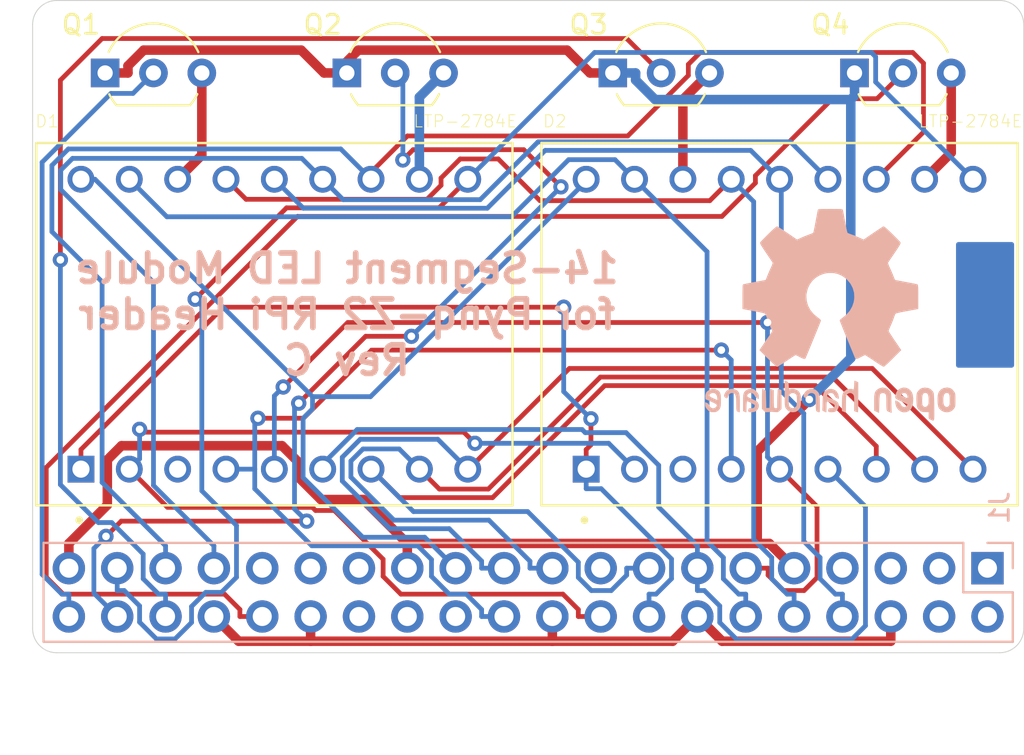
<source format=kicad_pcb>
(kicad_pcb (version 20190907) (host pcbnew "5.99.0-unknown-r17121-d4cea0f2")

  (general
    (thickness 1.6)
    (drawings 12)
    (tracks 352)
    (modules 8)
    (nets 25)
  )

  (page "A4")
  (title_block
    (title "14-Segment LED Module for Pynq-Z2 RPi Header")
    (date "2019-10-21")
    (rev "C")
    (company "Rob Riggs")
  )

  (layers
    (0 "F.Cu" signal)
    (31 "B.Cu" signal)
    (32 "B.Adhes" user)
    (33 "F.Adhes" user)
    (34 "B.Paste" user)
    (35 "F.Paste" user)
    (36 "B.SilkS" user)
    (37 "F.SilkS" user)
    (38 "B.Mask" user)
    (39 "F.Mask" user)
    (40 "Dwgs.User" user)
    (41 "Cmts.User" user)
    (42 "Eco1.User" user)
    (43 "Eco2.User" user)
    (44 "Edge.Cuts" user)
    (45 "Margin" user)
    (46 "B.CrtYd" user)
    (47 "F.CrtYd" user)
    (48 "B.Fab" user)
    (49 "F.Fab" user)
  )

  (setup
    (stackup
      (layer "F.SilkS" (type "Top Silk Screen"))
      (layer "F.Paste" (type "Top Solder Paste"))
      (layer "F.Mask" (type "Top Solder Mask") (color "Green") (thickness 0.01))
      (layer "F.Cu" (type "copper") (thickness 0.035))
      (layer "dielectric 1" (type "core") (thickness 1.51) (material "FR4") (epsilon_r 4.5) (loss_tangent 0.02))
      (layer "B.Cu" (type "copper") (thickness 0.035))
      (layer "B.Mask" (type "Bottom Solder Mask") (color "Green") (thickness 0.01))
      (layer "B.Paste" (type "Bottom Solder Paste"))
      (layer "B.SilkS" (type "Bottom Silk Screen"))
      (copper_finish "None")
      (dielectric_constraints no)
    )
    (last_trace_width 0.25)
    (trace_clearance 0.2)
    (zone_clearance 0.508)
    (zone_45_only no)
    (trace_min 0.2)
    (via_size 0.8)
    (via_drill 0.4)
    (via_min_size 0.4)
    (via_min_drill 0.3)
    (uvia_size 0.3)
    (uvia_drill 0.1)
    (uvias_allowed no)
    (uvia_min_size 0.2)
    (uvia_min_drill 0.1)
    (max_error 0.005)
    (defaults
      (edge_clearance 0.01)
      (edge_cuts_line_width 0.05)
      (courtyard_line_width 0.05)
      (copper_line_width 0.2)
      (copper_text_dims (size 1.5 1.5) (thickness 0.3) keep_upright)
      (silk_line_width 0.12)
      (silk_text_dims (size 1 1) (thickness 0.15) keep_upright)
      (other_layers_line_width 0.1)
      (other_layers_text_dims (size 1 1) (thickness 0.15) keep_upright)
    )
    (pad_size 1.524 1.524)
    (pad_drill 0.762)
    (pad_to_mask_clearance 0.051)
    (solder_mask_min_width 0.25)
    (aux_axis_origin 0 0)
    (visible_elements FFFFFF7F)
    (pcbplotparams
      (layerselection 0x010f0_ffffffff)
      (usegerberextensions false)
      (usegerberattributes false)
      (usegerberadvancedattributes false)
      (creategerberjobfile false)
      (excludeedgelayer true)
      (linewidth 0.100000)
      (plotframeref false)
      (viasonmask false)
      (mode 1)
      (useauxorigin false)
      (hpglpennumber 1)
      (hpglpenspeed 20)
      (hpglpendiameter 15.000000)
      (psnegative false)
      (psa4output false)
      (plotreference true)
      (plotvalue true)
      (plotinvisibletext false)
      (padsonsilk false)
      (subtractmaskfromsilk false)
      (outputformat 1)
      (mirror false)
      (drillshape 0)
      (scaleselection 1)
      (outputdirectory "Gerbers")
    )
  )

  (net 0 "")
  (net 1 "Net-(D1-Pad1)")
  (net 2 "Net-(D1-Pad2)")
  (net 3 "Net-(D1-Pad4)")
  (net 4 "Net-(D1-Pad5)")
  (net 5 "Net-(D1-Pad6)")
  (net 6 "Net-(D1-Pad7)")
  (net 7 "Net-(D1-Pad8)")
  (net 8 "Net-(D1-Pad9)")
  (net 9 "Net-(D1-Pad10)")
  (net 10 "Net-(D1-Pad12)")
  (net 11 "Net-(D1-Pad13)")
  (net 12 "Net-(D1-Pad14)")
  (net 13 "Net-(D1-Pad15)")
  (net 14 "Net-(D1-Pad17)")
  (net 15 "Net-(D1-Pad18)")
  (net 16 "Net-(D1-Pad11)")
  (net 17 "Net-(D1-Pad16)")
  (net 18 "Net-(D2-Pad11)")
  (net 19 "Net-(D2-Pad16)")
  (net 20 "GND")
  (net 21 "Net-(J1-Pad38)")
  (net 22 "Net-(J1-Pad36)")
  (net 23 "Net-(J1-Pad32)")
  (net 24 "Net-(J1-Pad40)")

  (net_class "Default" "This is the default net class."
    (clearance 0.2)
    (trace_width 0.25)
    (via_dia 0.8)
    (via_drill 0.4)
    (uvia_dia 0.3)
    (uvia_drill 0.1)
    (add_net "Net-(D1-Pad1)")
    (add_net "Net-(D1-Pad10)")
    (add_net "Net-(D1-Pad12)")
    (add_net "Net-(D1-Pad13)")
    (add_net "Net-(D1-Pad14)")
    (add_net "Net-(D1-Pad15)")
    (add_net "Net-(D1-Pad17)")
    (add_net "Net-(D1-Pad18)")
    (add_net "Net-(D1-Pad2)")
    (add_net "Net-(D1-Pad4)")
    (add_net "Net-(D1-Pad5)")
    (add_net "Net-(D1-Pad6)")
    (add_net "Net-(D1-Pad7)")
    (add_net "Net-(D1-Pad8)")
    (add_net "Net-(D1-Pad9)")
    (add_net "Net-(J1-Pad32)")
    (add_net "Net-(J1-Pad36)")
    (add_net "Net-(J1-Pad38)")
    (add_net "Net-(J1-Pad40)")
  )

  (net_class "GND" ""
    (clearance 0.2)
    (trace_width 0.5)
    (via_dia 0.8)
    (via_drill 0.4)
    (uvia_dia 0.3)
    (uvia_drill 0.1)
    (add_net "GND")
    (add_net "Net-(D1-Pad11)")
    (add_net "Net-(D1-Pad16)")
    (add_net "Net-(D2-Pad11)")
    (add_net "Net-(D2-Pad16)")
  )

  (module "Symbol:OSHW-Logo2_14.6x12mm_SilkScreen" (layer "B.Cu") (tedit 0) (tstamp 5DAEBE95)
    (at 69.85 113.03 180)
    (descr "Open Source Hardware Symbol")
    (tags "Logo Symbol OSHW")
    (attr virtual)
    (fp_text reference "REF**" (at 0 0) (layer "B.SilkS") hide
      (effects (font (size 1 1) (thickness 0.15)) (justify mirror))
    )
    (fp_text value "OSHW-Logo2_14.6x12mm_SilkScreen" (at 0.75 0) (layer "B.Fab") hide
      (effects (font (size 1 1) (thickness 0.15)) (justify mirror))
    )
    (fp_poly (pts (xy -4.8281 -3.861903) (xy -4.71655 -3.917522) (xy -4.618092 -4.019931) (xy -4.590977 -4.057864)
      (xy -4.561438 -4.1075) (xy -4.542272 -4.161412) (xy -4.531307 -4.233364) (xy -4.526371 -4.337122)
      (xy -4.525287 -4.474101) (xy -4.530182 -4.661815) (xy -4.547196 -4.802758) (xy -4.579823 -4.907908)
      (xy -4.631558 -4.988243) (xy -4.705896 -5.054741) (xy -4.711358 -5.058678) (xy -4.78462 -5.098953)
      (xy -4.87284 -5.11888) (xy -4.985038 -5.123793) (xy -5.167433 -5.123793) (xy -5.167509 -5.300857)
      (xy -5.169207 -5.39947) (xy -5.17955 -5.457314) (xy -5.206578 -5.492006) (xy -5.258332 -5.521164)
      (xy -5.270761 -5.527121) (xy -5.328923 -5.555039) (xy -5.373956 -5.572672) (xy -5.407441 -5.574194)
      (xy -5.430962 -5.553781) (xy -5.4461 -5.505607) (xy -5.454437 -5.423846) (xy -5.457556 -5.302672)
      (xy -5.45704 -5.13626) (xy -5.454471 -4.918785) (xy -5.453668 -4.853736) (xy -5.450778 -4.629502)
      (xy -5.448188 -4.482821) (xy -5.167586 -4.482821) (xy -5.166009 -4.607326) (xy -5.159 -4.688787)
      (xy -5.143142 -4.742515) (xy -5.115019 -4.783823) (xy -5.095925 -4.803971) (xy -5.017865 -4.862921)
      (xy -4.948753 -4.86772) (xy -4.87744 -4.819038) (xy -4.875632 -4.817241) (xy -4.846617 -4.779618)
      (xy -4.828967 -4.728484) (xy -4.820064 -4.649738) (xy -4.817291 -4.529276) (xy -4.817241 -4.502588)
      (xy -4.823942 -4.336583) (xy -4.845752 -4.221505) (xy -4.885235 -4.151254) (xy -4.944956 -4.119729)
      (xy -4.979472 -4.116552) (xy -5.061389 -4.13146) (xy -5.117579 -4.180548) (xy -5.151402 -4.270362)
      (xy -5.16622 -4.407445) (xy -5.167586 -4.482821) (xy -5.448188 -4.482821) (xy -5.447713 -4.455952)
      (xy -5.443753 -4.325382) (xy -5.438174 -4.230087) (xy -5.430254 -4.162364) (xy -5.419269 -4.114507)
      (xy -5.404499 -4.078813) (xy -5.385218 -4.047578) (xy -5.376951 -4.035824) (xy -5.267288 -3.924797)
      (xy -5.128635 -3.861847) (xy -4.968246 -3.844297) (xy -4.8281 -3.861903)) (layer "B.SilkS") (width 0.01))
    (fp_poly (pts (xy -2.582571 -3.877719) (xy -2.488877 -3.931914) (xy -2.423736 -3.985707) (xy -2.376093 -4.042066)
      (xy -2.343272 -4.110987) (xy -2.322594 -4.202468) (xy -2.31138 -4.326506) (xy -2.306951 -4.493098)
      (xy -2.306437 -4.612851) (xy -2.306437 -5.053659) (xy -2.430517 -5.109283) (xy -2.554598 -5.164907)
      (xy -2.569195 -4.682095) (xy -2.575227 -4.501779) (xy -2.581555 -4.370901) (xy -2.589394 -4.280511)
      (xy -2.599963 -4.221664) (xy -2.614477 -4.185413) (xy -2.634152 -4.16281) (xy -2.640465 -4.157917)
      (xy -2.736112 -4.119706) (xy -2.832793 -4.134827) (xy -2.890345 -4.174943) (xy -2.913755 -4.20337)
      (xy -2.929961 -4.240672) (xy -2.940259 -4.297223) (xy -2.945951 -4.383394) (xy -2.948336 -4.509558)
      (xy -2.948736 -4.641042) (xy -2.948814 -4.805999) (xy -2.951639 -4.922761) (xy -2.961093 -5.00151)
      (xy -2.98106 -5.052431) (xy -3.015424 -5.085706) (xy -3.068068 -5.11152) (xy -3.138383 -5.138344)
      (xy -3.21518 -5.167542) (xy -3.206038 -4.649346) (xy -3.202357 -4.462539) (xy -3.19805 -4.32449)
      (xy -3.191877 -4.225568) (xy -3.182598 -4.156145) (xy -3.168973 -4.10659) (xy -3.149761 -4.067273)
      (xy -3.126598 -4.032584) (xy -3.014848 -3.92177) (xy -2.878487 -3.857689) (xy -2.730175 -3.842339)
      (xy -2.582571 -3.877719)) (layer "B.SilkS") (width 0.01))
    (fp_poly (pts (xy -5.951779 -3.866015) (xy -5.814939 -3.937968) (xy -5.713949 -4.053766) (xy -5.678075 -4.128213)
      (xy -5.650161 -4.239992) (xy -5.635871 -4.381227) (xy -5.634516 -4.535371) (xy -5.645405 -4.685879)
      (xy -5.667847 -4.816205) (xy -5.70115 -4.909803) (xy -5.711385 -4.925922) (xy -5.832618 -5.046249)
      (xy -5.976613 -5.118317) (xy -6.132861 -5.139408) (xy -6.290852 -5.106802) (xy -6.33482 -5.087253)
      (xy -6.420444 -5.027012) (xy -6.495592 -4.947135) (xy -6.502694 -4.937004) (xy -6.531561 -4.888181)
      (xy -6.550643 -4.83599) (xy -6.561916 -4.767285) (xy -6.567355 -4.668918) (xy -6.568938 -4.527744)
      (xy -6.568965 -4.496092) (xy -6.568893 -4.486019) (xy -6.277011 -4.486019) (xy -6.275313 -4.619256)
      (xy -6.268628 -4.707674) (xy -6.254575 -4.764785) (xy -6.230771 -4.804102) (xy -6.218621 -4.817241)
      (xy -6.148764 -4.867172) (xy -6.080941 -4.864895) (xy -6.012365 -4.821584) (xy -5.971465 -4.775346)
      (xy -5.947242 -4.707857) (xy -5.933639 -4.601433) (xy -5.932706 -4.58902) (xy -5.930384 -4.396147)
      (xy -5.95465 -4.2529) (xy -6.005176 -4.16016) (xy -6.081632 -4.118807) (xy -6.108924 -4.116552)
      (xy -6.180589 -4.127893) (xy -6.22961 -4.167184) (xy -6.259582 -4.242326) (xy -6.274101 -4.361222)
      (xy -6.277011 -4.486019) (xy -6.568893 -4.486019) (xy -6.567878 -4.345659) (xy -6.563312 -4.240549)
      (xy -6.553312 -4.167714) (xy -6.535921 -4.114108) (xy -6.509184 -4.066681) (xy -6.503276 -4.057864)
      (xy -6.403968 -3.939007) (xy -6.295758 -3.870008) (xy -6.164019 -3.842619) (xy -6.119283 -3.841281)
      (xy -5.951779 -3.866015)) (layer "B.SilkS") (width 0.01))
    (fp_poly (pts (xy -3.684448 -3.884676) (xy -3.569342 -3.962111) (xy -3.480389 -4.073949) (xy -3.427251 -4.216265)
      (xy -3.416503 -4.321015) (xy -3.417724 -4.364726) (xy -3.427944 -4.398194) (xy -3.456039 -4.428179)
      (xy -3.510884 -4.46144) (xy -3.601355 -4.504738) (xy -3.736328 -4.564833) (xy -3.737011 -4.565134)
      (xy -3.861249 -4.622037) (xy -3.963127 -4.672565) (xy -4.032233 -4.71128) (xy -4.058154 -4.73274)
      (xy -4.058161 -4.732913) (xy -4.035315 -4.779644) (xy -3.981891 -4.831154) (xy -3.920558 -4.868261)
      (xy -3.889485 -4.875632) (xy -3.804711 -4.850138) (xy -3.731707 -4.786291) (xy -3.696087 -4.716094)
      (xy -3.66182 -4.664343) (xy -3.594697 -4.605409) (xy -3.515792 -4.554496) (xy -3.446179 -4.526809)
      (xy -3.431623 -4.525287) (xy -3.415237 -4.550321) (xy -3.41425 -4.614311) (xy -3.426292 -4.700593)
      (xy -3.448993 -4.792501) (xy -3.479986 -4.873369) (xy -3.481552 -4.876509) (xy -3.574819 -5.006734)
      (xy -3.695696 -5.095311) (xy -3.832973 -5.138786) (xy -3.97544 -5.133706) (xy -4.111888 -5.076616)
      (xy -4.117955 -5.072602) (xy -4.22529 -4.975326) (xy -4.295868 -4.848409) (xy -4.334926 -4.681526)
      (xy -4.340168 -4.634639) (xy -4.349452 -4.413329) (xy -4.338322 -4.310124) (xy -4.058161 -4.310124)
      (xy -4.054521 -4.374503) (xy -4.034611 -4.393291) (xy -3.984974 -4.379235) (xy -3.906733 -4.346009)
      (xy -3.819274 -4.304359) (xy -3.817101 -4.303256) (xy -3.74297 -4.264265) (xy -3.713219 -4.238244)
      (xy -3.720555 -4.210965) (xy -3.751447 -4.175121) (xy -3.83004 -4.123251) (xy -3.914677 -4.119439)
      (xy -3.990597 -4.157189) (xy -4.043035 -4.230001) (xy -4.058161 -4.310124) (xy -4.338322 -4.310124)
      (xy -4.330356 -4.236261) (xy -4.281366 -4.095829) (xy -4.213164 -3.997447) (xy -4.090065 -3.89803)
      (xy -3.954472 -3.848711) (xy -3.816045 -3.845568) (xy -3.684448 -3.884676)) (layer "B.SilkS") (width 0.01))
    (fp_poly (pts (xy -1.255402 -3.723857) (xy -1.246846 -3.843188) (xy -1.237019 -3.913506) (xy -1.223401 -3.944179)
      (xy -1.203473 -3.944571) (xy -1.197011 -3.94091) (xy -1.11106 -3.914398) (xy -0.999255 -3.915946)
      (xy -0.885586 -3.943199) (xy -0.81449 -3.978455) (xy -0.741595 -4.034778) (xy -0.688307 -4.098519)
      (xy -0.651725 -4.17951) (xy -0.62895 -4.287586) (xy -0.617081 -4.43258) (xy -0.613218 -4.624326)
      (xy -0.613149 -4.661109) (xy -0.613103 -5.074288) (xy -0.705046 -5.106339) (xy -0.770348 -5.128144)
      (xy -0.806176 -5.138297) (xy -0.80723 -5.138391) (xy -0.810758 -5.11086) (xy -0.813761 -5.034923)
      (xy -0.81601 -4.920565) (xy -0.817276 -4.777769) (xy -0.817471 -4.690951) (xy -0.817877 -4.519773)
      (xy -0.819968 -4.397088) (xy -0.825053 -4.313) (xy -0.83444 -4.257614) (xy -0.849439 -4.221032)
      (xy -0.871358 -4.193359) (xy -0.885043 -4.180032) (xy -0.979051 -4.126328) (xy -1.081636 -4.122307)
      (xy -1.17471 -4.167725) (xy -1.191922 -4.184123) (xy -1.217168 -4.214957) (xy -1.23468 -4.251531)
      (xy -1.245858 -4.304415) (xy -1.252104 -4.384177) (xy -1.254818 -4.501385) (xy -1.255402 -4.662991)
      (xy -1.255402 -5.074288) (xy -1.347345 -5.106339) (xy -1.412647 -5.128144) (xy -1.448475 -5.138297)
      (xy -1.449529 -5.138391) (xy -1.452225 -5.110448) (xy -1.454655 -5.03163) (xy -1.456722 -4.909453)
      (xy -1.458329 -4.751432) (xy -1.459377 -4.565083) (xy -1.459769 -4.35792) (xy -1.45977 -4.348706)
      (xy -1.45977 -3.55902) (xy -1.364885 -3.518997) (xy -1.27 -3.478973) (xy -1.255402 -3.723857)) (layer "B.SilkS") (width 0.01))
    (fp_poly (pts (xy 0.079944 -3.92436) (xy 0.194343 -3.966842) (xy 0.195652 -3.967658) (xy 0.266403 -4.01973)
      (xy 0.318636 -4.080584) (xy 0.355371 -4.159887) (xy 0.379634 -4.267309) (xy 0.394445 -4.412517)
      (xy 0.402829 -4.605179) (xy 0.403564 -4.632628) (xy 0.41412 -5.046521) (xy 0.325291 -5.092456)
      (xy 0.261018 -5.123498) (xy 0.22221 -5.138206) (xy 0.220415 -5.138391) (xy 0.2137 -5.11125)
      (xy 0.208365 -5.038041) (xy 0.205083 -4.931081) (xy 0.204368 -4.844469) (xy 0.204351 -4.704162)
      (xy 0.197937 -4.616051) (xy 0.17558 -4.574025) (xy 0.127732 -4.571975) (xy 0.044849 -4.60379)
      (xy -0.080287 -4.662272) (xy -0.172303 -4.710845) (xy -0.219629 -4.752986) (xy -0.233542 -4.798916)
      (xy -0.233563 -4.801189) (xy -0.210605 -4.880311) (xy -0.14263 -4.923055) (xy -0.038602 -4.929246)
      (xy 0.03633 -4.928172) (xy 0.075839 -4.949753) (xy 0.100478 -5.001591) (xy 0.114659 -5.067632)
      (xy 0.094223 -5.105104) (xy 0.086528 -5.110467) (xy 0.014083 -5.132006) (xy -0.087367 -5.135055)
      (xy -0.191843 -5.120778) (xy -0.265875 -5.094688) (xy -0.368228 -5.007785) (xy -0.426409 -4.886816)
      (xy -0.437931 -4.792308) (xy -0.429138 -4.707062) (xy -0.39732 -4.637476) (xy -0.334316 -4.575672)
      (xy -0.231969 -4.513772) (xy -0.082118 -4.443897) (xy -0.072988 -4.439948) (xy 0.061997 -4.377588)
      (xy 0.145294 -4.326446) (xy 0.180997 -4.280488) (xy 0.173203 -4.233683) (xy 0.126007 -4.179998)
      (xy 0.111894 -4.167644) (xy 0.017359 -4.119741) (xy -0.080594 -4.121758) (xy -0.165903 -4.168724)
      (xy -0.222504 -4.255669) (xy -0.227763 -4.272734) (xy -0.278977 -4.355504) (xy -0.343963 -4.395372)
      (xy -0.437931 -4.434882) (xy -0.437931 -4.332658) (xy -0.409347 -4.184072) (xy -0.324505 -4.047784)
      (xy -0.280355 -4.002191) (xy -0.179995 -3.943674) (xy -0.052365 -3.917184) (xy 0.079944 -3.92436)) (layer "B.SilkS") (width 0.01))
    (fp_poly (pts (xy 1.065943 -3.92192) (xy 1.198565 -3.970859) (xy 1.30601 -4.057419) (xy 1.348032 -4.118352)
      (xy 1.393843 -4.230161) (xy 1.392891 -4.311006) (xy 1.344808 -4.365378) (xy 1.327017 -4.374624)
      (xy 1.250204 -4.40345) (xy 1.210976 -4.396065) (xy 1.197689 -4.347658) (xy 1.197012 -4.32092)
      (xy 1.172686 -4.222548) (xy 1.109281 -4.153734) (xy 1.021154 -4.120498) (xy 0.922663 -4.128861)
      (xy 0.842602 -4.172296) (xy 0.815561 -4.197072) (xy 0.796394 -4.227129) (xy 0.783446 -4.272565)
      (xy 0.775064 -4.343476) (xy 0.769593 -4.44996) (xy 0.765378 -4.602112) (xy 0.764287 -4.650287)
      (xy 0.760307 -4.815095) (xy 0.755781 -4.931088) (xy 0.748995 -5.007833) (xy 0.738231 -5.054893)
      (xy 0.721773 -5.081835) (xy 0.697906 -5.098223) (xy 0.682626 -5.105463) (xy 0.617733 -5.13022)
      (xy 0.579534 -5.138391) (xy 0.566912 -5.111103) (xy 0.559208 -5.028603) (xy 0.55638 -4.889941)
      (xy 0.558386 -4.694162) (xy 0.559011 -4.663965) (xy 0.563421 -4.485349) (xy 0.568635 -4.354923)
      (xy 0.576055 -4.262492) (xy 0.587082 -4.197858) (xy 0.603117 -4.150825) (xy 0.625561 -4.111196)
      (xy 0.637302 -4.094215) (xy 0.704619 -4.01908) (xy 0.77991 -3.960638) (xy 0.789128 -3.955536)
      (xy 0.924133 -3.91526) (xy 1.065943 -3.92192)) (layer "B.SilkS") (width 0.01))
    (fp_poly (pts (xy 2.393914 -4.154455) (xy 2.393543 -4.372661) (xy 2.392108 -4.540519) (xy 2.389002 -4.66607)
      (xy 2.383622 -4.757355) (xy 2.375362 -4.822415) (xy 2.363616 -4.869291) (xy 2.347781 -4.906024)
      (xy 2.33579 -4.926991) (xy 2.23649 -5.040694) (xy 2.110588 -5.111965) (xy 1.971291 -5.137538)
      (xy 1.831805 -5.11415) (xy 1.748743 -5.072119) (xy 1.661545 -4.999411) (xy 1.602117 -4.910612)
      (xy 1.566261 -4.79432) (xy 1.549781 -4.639135) (xy 1.547447 -4.525287) (xy 1.547761 -4.517106)
      (xy 1.751724 -4.517106) (xy 1.75297 -4.647657) (xy 1.758678 -4.73408) (xy 1.771804 -4.790618)
      (xy 1.795306 -4.831514) (xy 1.823386 -4.862362) (xy 1.917688 -4.921905) (xy 2.01894 -4.926992)
      (xy 2.114636 -4.877279) (xy 2.122084 -4.870543) (xy 2.153874 -4.835502) (xy 2.173808 -4.793811)
      (xy 2.1846 -4.731762) (xy 2.188965 -4.635644) (xy 2.189655 -4.529379) (xy 2.188159 -4.39588)
      (xy 2.181964 -4.306822) (xy 2.168514 -4.248293) (xy 2.145251 -4.206382) (xy 2.126175 -4.184123)
      (xy 2.037563 -4.127985) (xy 1.935508 -4.121235) (xy 1.838095 -4.164114) (xy 1.819296 -4.180032)
      (xy 1.787293 -4.215382) (xy 1.767318 -4.257502) (xy 1.756593 -4.320251) (xy 1.752339 -4.417487)
      (xy 1.751724 -4.517106) (xy 1.547761 -4.517106) (xy 1.554504 -4.341947) (xy 1.578472 -4.204195)
      (xy 1.623548 -4.100632) (xy 1.693928 -4.019856) (xy 1.748743 -3.978455) (xy 1.848376 -3.933728)
      (xy 1.963855 -3.912967) (xy 2.071199 -3.918525) (xy 2.131264 -3.940943) (xy 2.154835 -3.947323)
      (xy 2.170477 -3.923535) (xy 2.181395 -3.859788) (xy 2.189655 -3.762687) (xy 2.198699 -3.654541)
      (xy 2.211261 -3.589475) (xy 2.234119 -3.552268) (xy 2.274051 -3.527699) (xy 2.299138 -3.516819)
      (xy 2.394023 -3.477072) (xy 2.393914 -4.154455)) (layer "B.SilkS") (width 0.01))
    (fp_poly (pts (xy 3.580124 -3.93984) (xy 3.584579 -4.016653) (xy 3.588071 -4.133391) (xy 3.590315 -4.280821)
      (xy 3.591035 -4.435455) (xy 3.591035 -4.958727) (xy 3.498645 -5.051117) (xy 3.434978 -5.108047)
      (xy 3.379089 -5.131107) (xy 3.302702 -5.129647) (xy 3.27238 -5.125934) (xy 3.17761 -5.115126)
      (xy 3.099222 -5.108933) (xy 3.080115 -5.108361) (xy 3.015699 -5.112102) (xy 2.923571 -5.121494)
      (xy 2.88785 -5.125934) (xy 2.800114 -5.132801) (xy 2.741153 -5.117885) (xy 2.68269 -5.071835)
      (xy 2.661585 -5.051117) (xy 2.569195 -4.958727) (xy 2.569195 -3.979947) (xy 2.643558 -3.946066)
      (xy 2.70759 -3.92097) (xy 2.745052 -3.912184) (xy 2.754657 -3.93995) (xy 2.763635 -4.01753)
      (xy 2.771386 -4.136348) (xy 2.777314 -4.287828) (xy 2.780173 -4.415805) (xy 2.788161 -4.919425)
      (xy 2.857848 -4.929278) (xy 2.921229 -4.922389) (xy 2.952286 -4.900083) (xy 2.960967 -4.858379)
      (xy 2.968378 -4.769544) (xy 2.973931 -4.644834) (xy 2.977036 -4.495507) (xy 2.977484 -4.418661)
      (xy 2.977931 -3.976287) (xy 3.069874 -3.944235) (xy 3.134949 -3.922443) (xy 3.170347 -3.912281)
      (xy 3.171368 -3.912184) (xy 3.17492 -3.939809) (xy 3.178823 -4.016411) (xy 3.182751 -4.132579)
      (xy 3.186376 -4.278904) (xy 3.188908 -4.415805) (xy 3.196897 -4.919425) (xy 3.372069 -4.919425)
      (xy 3.380107 -4.459965) (xy 3.388146 -4.000505) (xy 3.473543 -3.956344) (xy 3.536593 -3.926019)
      (xy 3.57391 -3.912258) (xy 3.574987 -3.912184) (xy 3.580124 -3.93984)) (layer "B.SilkS") (width 0.01))
    (fp_poly (pts (xy 4.314406 -3.935156) (xy 4.398469 -3.973393) (xy 4.46445 -4.019726) (xy 4.512794 -4.071532)
      (xy 4.546172 -4.138363) (xy 4.567253 -4.229769) (xy 4.578707 -4.355301) (xy 4.583203 -4.524508)
      (xy 4.583678 -4.635933) (xy 4.583678 -5.070627) (xy 4.509316 -5.104509) (xy 4.450746 -5.129272)
      (xy 4.42173 -5.138391) (xy 4.416179 -5.111257) (xy 4.411775 -5.038094) (xy 4.409078 -4.931263)
      (xy 4.408506 -4.846437) (xy 4.406046 -4.723887) (xy 4.399412 -4.626668) (xy 4.389726 -4.567134)
      (xy 4.382032 -4.554483) (xy 4.330311 -4.567402) (xy 4.249117 -4.600539) (xy 4.155102 -4.645461)
      (xy 4.064917 -4.693735) (xy 3.995215 -4.736928) (xy 3.962648 -4.766608) (xy 3.962519 -4.766929)
      (xy 3.96532 -4.821857) (xy 3.990439 -4.874292) (xy 4.034541 -4.916881) (xy 4.098909 -4.931126)
      (xy 4.153921 -4.929466) (xy 4.231835 -4.928245) (xy 4.272732 -4.946498) (xy 4.297295 -4.994726)
      (xy 4.300392 -5.00382) (xy 4.31104 -5.072598) (xy 4.282565 -5.11436) (xy 4.208344 -5.134263)
      (xy 4.128168 -5.137944) (xy 3.98389 -5.110658) (xy 3.909203 -5.07169) (xy 3.816963 -4.980148)
      (xy 3.768043 -4.867782) (xy 3.763654 -4.749051) (xy 3.805001 -4.638411) (xy 3.867197 -4.56908)
      (xy 3.929294 -4.530265) (xy 4.026895 -4.481125) (xy 4.140632 -4.431292) (xy 4.15959 -4.423677)
      (xy 4.284521 -4.368545) (xy 4.356539 -4.319954) (xy 4.3797 -4.271647) (xy 4.358064 -4.21737)
      (xy 4.32092 -4.174943) (xy 4.233127 -4.122702) (xy 4.13653 -4.118784) (xy 4.047944 -4.159041)
      (xy 3.984186 -4.239326) (xy 3.975817 -4.26004) (xy 3.927096 -4.336225) (xy 3.855965 -4.392785)
      (xy 3.766207 -4.439201) (xy 3.766207 -4.307584) (xy 3.77149 -4.227168) (xy 3.794142 -4.163786)
      (xy 3.844367 -4.096163) (xy 3.892582 -4.044076) (xy 3.967554 -3.970322) (xy 4.025806 -3.930702)
      (xy 4.088372 -3.91481) (xy 4.159193 -3.912184) (xy 4.314406 -3.935156)) (layer "B.SilkS") (width 0.01))
    (fp_poly (pts (xy 5.33569 -3.940018) (xy 5.370585 -3.955269) (xy 5.453877 -4.021235) (xy 5.525103 -4.116618)
      (xy 5.569153 -4.218406) (xy 5.576322 -4.268587) (xy 5.552285 -4.338647) (xy 5.499561 -4.375717)
      (xy 5.443031 -4.398164) (xy 5.417146 -4.4023) (xy 5.404542 -4.372283) (xy 5.379654 -4.306961)
      (xy 5.368735 -4.277445) (xy 5.307508 -4.175348) (xy 5.218861 -4.124423) (xy 5.105193 -4.125989)
      (xy 5.096774 -4.127994) (xy 5.036088 -4.156767) (xy 4.991474 -4.212859) (xy 4.961002 -4.303163)
      (xy 4.942744 -4.434571) (xy 4.934771 -4.613974) (xy 4.934023 -4.709433) (xy 4.933652 -4.859913)
      (xy 4.931223 -4.962495) (xy 4.92476 -5.027672) (xy 4.912288 -5.065938) (xy 4.891833 -5.087785)
      (xy 4.861419 -5.103707) (xy 4.859661 -5.104509) (xy 4.801091 -5.129272) (xy 4.772075 -5.138391)
      (xy 4.767616 -5.110822) (xy 4.763799 -5.03462) (xy 4.760899 -4.919541) (xy 4.759191 -4.775341)
      (xy 4.758851 -4.669814) (xy 4.760588 -4.465613) (xy 4.767382 -4.310697) (xy 4.781607 -4.196024)
      (xy 4.805638 -4.112551) (xy 4.841848 -4.051236) (xy 4.892612 -4.003034) (xy 4.942739 -3.969393)
      (xy 5.063275 -3.924619) (xy 5.203557 -3.914521) (xy 5.33569 -3.940018)) (layer "B.SilkS") (width 0.01))
    (fp_poly (pts (xy 6.343439 -3.95654) (xy 6.45895 -4.032034) (xy 6.514664 -4.099617) (xy 6.558804 -4.222255)
      (xy 6.562309 -4.319298) (xy 6.554368 -4.449056) (xy 6.255115 -4.580039) (xy 6.109611 -4.646958)
      (xy 6.014537 -4.70079) (xy 5.965101 -4.747416) (xy 5.956511 -4.79272) (xy 5.983972 -4.842582)
      (xy 6.014253 -4.875632) (xy 6.102363 -4.928633) (xy 6.198196 -4.932347) (xy 6.286212 -4.891041)
      (xy 6.350869 -4.808983) (xy 6.362433 -4.780008) (xy 6.417825 -4.689509) (xy 6.481553 -4.65094)
      (xy 6.568966 -4.617946) (xy 6.568966 -4.743034) (xy 6.561238 -4.828156) (xy 6.530966 -4.899938)
      (xy 6.467518 -4.982356) (xy 6.458088 -4.993066) (xy 6.387513 -5.066391) (xy 6.326847 -5.105742)
      (xy 6.25095 -5.123845) (xy 6.18803 -5.129774) (xy 6.075487 -5.131251) (xy 5.99537 -5.112535)
      (xy 5.94539 -5.084747) (xy 5.866838 -5.023641) (xy 5.812463 -4.957554) (xy 5.778052 -4.874441)
      (xy 5.759388 -4.762254) (xy 5.752256 -4.608946) (xy 5.751687 -4.531136) (xy 5.753622 -4.437853)
      (xy 5.929899 -4.437853) (xy 5.931944 -4.487896) (xy 5.937039 -4.496092) (xy 5.970666 -4.484958)
      (xy 6.04303 -4.455493) (xy 6.139747 -4.413601) (xy 6.159973 -4.404597) (xy 6.282203 -4.342442)
      (xy 6.349547 -4.287815) (xy 6.364348 -4.236649) (xy 6.328947 -4.184876) (xy 6.299711 -4.162)
      (xy 6.194216 -4.11625) (xy 6.095476 -4.123808) (xy 6.012812 -4.179651) (xy 5.955548 -4.278753)
      (xy 5.937188 -4.357414) (xy 5.929899 -4.437853) (xy 5.753622 -4.437853) (xy 5.755459 -4.349351)
      (xy 5.769359 -4.214853) (xy 5.796894 -4.116916) (xy 5.841572 -4.044811) (xy 5.906901 -3.987813)
      (xy 5.935383 -3.969393) (xy 6.064763 -3.921422) (xy 6.206412 -3.918403) (xy 6.343439 -3.95654)) (layer "B.SilkS") (width 0.01))
    (fp_poly (pts (xy 0.209014 5.547002) (xy 0.367006 5.546137) (xy 0.481347 5.543795) (xy 0.559407 5.539238)
      (xy 0.608554 5.53173) (xy 0.636159 5.520534) (xy 0.649592 5.504912) (xy 0.656221 5.484127)
      (xy 0.656865 5.481437) (xy 0.666935 5.432887) (xy 0.685575 5.337095) (xy 0.710845 5.204257)
      (xy 0.740807 5.044569) (xy 0.773522 4.868226) (xy 0.774664 4.862033) (xy 0.807433 4.689218)
      (xy 0.838093 4.536531) (xy 0.864664 4.413129) (xy 0.885167 4.328169) (xy 0.897626 4.29081)
      (xy 0.89822 4.290148) (xy 0.934919 4.271905) (xy 1.010586 4.241503) (xy 1.108878 4.205507)
      (xy 1.109425 4.205315) (xy 1.233233 4.158778) (xy 1.379196 4.099496) (xy 1.516781 4.039891)
      (xy 1.523293 4.036944) (xy 1.74739 3.935235) (xy 2.243619 4.274103) (xy 2.395846 4.377408)
      (xy 2.533741 4.469763) (xy 2.649315 4.545916) (xy 2.734579 4.600615) (xy 2.781544 4.628607)
      (xy 2.786004 4.630683) (xy 2.820134 4.62144) (xy 2.883881 4.576844) (xy 2.979731 4.494791)
      (xy 3.110169 4.373179) (xy 3.243328 4.243795) (xy 3.371694 4.116298) (xy 3.486581 3.999954)
      (xy 3.581073 3.901948) (xy 3.648253 3.829464) (xy 3.681206 3.789687) (xy 3.682432 3.787639)
      (xy 3.686074 3.760344) (xy 3.67235 3.715766) (xy 3.637869 3.647888) (xy 3.579239 3.550689)
      (xy 3.49307 3.418149) (xy 3.3782 3.247524) (xy 3.276254 3.097345) (xy 3.185123 2.96265)
      (xy 3.110073 2.85126) (xy 3.056369 2.770995) (xy 3.02928 2.729675) (xy 3.027574 2.72687)
      (xy 3.030882 2.687279) (xy 3.055953 2.610331) (xy 3.097798 2.510568) (xy 3.112712 2.478709)
      (xy 3.177786 2.336774) (xy 3.247212 2.175727) (xy 3.303609 2.036379) (xy 3.344247 1.932956)
      (xy 3.376526 1.854358) (xy 3.395178 1.81328) (xy 3.397497 1.810115) (xy 3.431803 1.804872)
      (xy 3.512669 1.790506) (xy 3.629343 1.769063) (xy 3.771075 1.742587) (xy 3.92711 1.713123)
      (xy 4.086698 1.682717) (xy 4.239085 1.653412) (xy 4.373521 1.627255) (xy 4.479252 1.60629)
      (xy 4.545526 1.592561) (xy 4.561782 1.58868) (xy 4.578573 1.5791) (xy 4.591249 1.557464)
      (xy 4.600378 1.516469) (xy 4.606531 1.448811) (xy 4.61028 1.347188) (xy 4.612192 1.204297)
      (xy 4.61284 1.012835) (xy 4.612874 0.934355) (xy 4.612874 0.296094) (xy 4.459598 0.26584)
      (xy 4.374322 0.249436) (xy 4.24707 0.225491) (xy 4.093315 0.196893) (xy 3.928534 0.166533)
      (xy 3.882989 0.158194) (xy 3.730932 0.12863) (xy 3.598468 0.099558) (xy 3.496714 0.073671)
      (xy 3.436788 0.053663) (xy 3.426805 0.047699) (xy 3.402293 0.005466) (xy 3.367148 -0.07637)
      (xy 3.328173 -0.181683) (xy 3.320442 -0.204368) (xy 3.26936 -0.345018) (xy 3.205954 -0.503714)
      (xy 3.143904 -0.646225) (xy 3.143598 -0.646886) (xy 3.040267 -0.87044) (xy 3.719961 -1.870232)
      (xy 3.283621 -2.3073) (xy 3.151649 -2.437381) (xy 3.031279 -2.552048) (xy 2.929273 -2.645181)
      (xy 2.852391 -2.710658) (xy 2.807393 -2.742357) (xy 2.800938 -2.744368) (xy 2.76304 -2.728529)
      (xy 2.685708 -2.684496) (xy 2.577389 -2.61749) (xy 2.446532 -2.532734) (xy 2.305052 -2.437816)
      (xy 2.161461 -2.340998) (xy 2.033435 -2.256751) (xy 1.929105 -2.190258) (xy 1.8566 -2.146702)
      (xy 1.824158 -2.131264) (xy 1.784576 -2.144328) (xy 1.709519 -2.17875) (xy 1.614468 -2.22738)
      (xy 1.604392 -2.232785) (xy 1.476391 -2.29698) (xy 1.388618 -2.328463) (xy 1.334028 -2.328798)
      (xy 1.305575 -2.299548) (xy 1.30541 -2.299138) (xy 1.291188 -2.264498) (xy 1.257269 -2.182269)
      (xy 1.206284 -2.058814) (xy 1.140862 -1.900498) (xy 1.063634 -1.713686) (xy 0.977229 -1.504742)
      (xy 0.893551 -1.302446) (xy 0.801588 -1.0792) (xy 0.71715 -0.872392) (xy 0.642769 -0.688362)
      (xy 0.580974 -0.533451) (xy 0.534297 -0.413996) (xy 0.505268 -0.336339) (xy 0.496322 -0.307356)
      (xy 0.518756 -0.27411) (xy 0.577439 -0.221123) (xy 0.655689 -0.162704) (xy 0.878534 0.022048)
      (xy 1.052718 0.233818) (xy 1.176154 0.468144) (xy 1.246754 0.720566) (xy 1.262431 0.986623)
      (xy 1.251036 1.109425) (xy 1.18895 1.364207) (xy 1.082023 1.589199) (xy 0.936889 1.782183)
      (xy 0.760178 1.940939) (xy 0.558522 2.06325) (xy 0.338554 2.146895) (xy 0.106906 2.189656)
      (xy -0.129791 2.189313) (xy -0.364905 2.143648) (xy -0.591804 2.050441) (xy -0.803856 1.907473)
      (xy -0.892364 1.826617) (xy -1.062111 1.618993) (xy -1.180301 1.392105) (xy -1.247722 1.152567)
      (xy -1.26516 0.906993) (xy -1.233402 0.661997) (xy -1.153235 0.424192) (xy -1.025445 0.200193)
      (xy -0.85082 -0.003387) (xy -0.655688 -0.162704) (xy -0.574409 -0.223602) (xy -0.516991 -0.276015)
      (xy -0.496322 -0.307406) (xy -0.507144 -0.341639) (xy -0.537923 -0.423419) (xy -0.586126 -0.546407)
      (xy -0.649222 -0.704263) (xy -0.724678 -0.890649) (xy -0.809962 -1.099226) (xy -0.893781 -1.302496)
      (xy -0.986255 -1.525933) (xy -1.071911 -1.732984) (xy -1.148118 -1.917286) (xy -1.212247 -2.072475)
      (xy -1.261668 -2.192188) (xy -1.293752 -2.270061) (xy -1.305641 -2.299138) (xy -1.333726 -2.328677)
      (xy -1.388051 -2.328591) (xy -1.475605 -2.297326) (xy -1.603381 -2.233329) (xy -1.604392 -2.232785)
      (xy -1.700598 -2.183121) (xy -1.778369 -2.146945) (xy -1.822223 -2.131408) (xy -1.824158 -2.131264)
      (xy -1.857171 -2.147024) (xy -1.930054 -2.19085) (xy -2.034678 -2.257557) (xy -2.16291 -2.341964)
      (xy -2.305052 -2.437816) (xy -2.449767 -2.534867) (xy -2.580196 -2.61927) (xy -2.68789 -2.685801)
      (xy -2.764402 -2.729238) (xy -2.800938 -2.744368) (xy -2.834582 -2.724482) (xy -2.902224 -2.668903)
      (xy -2.997107 -2.583754) (xy -3.11247 -2.475153) (xy -3.241555 -2.349221) (xy -3.283771 -2.307149)
      (xy -3.720261 -1.869931) (xy -3.388023 -1.38234) (xy -3.287054 -1.232605) (xy -3.198438 -1.09822)
      (xy -3.127146 -0.986969) (xy -3.07815 -0.906639) (xy -3.056422 -0.865014) (xy -3.055785 -0.862053)
      (xy -3.06724 -0.822818) (xy -3.098051 -0.743895) (xy -3.142884 -0.638509) (xy -3.174353 -0.567954)
      (xy -3.233192 -0.432876) (xy -3.288604 -0.296409) (xy -3.331564 -0.181103) (xy -3.343234 -0.145977)
      (xy -3.376389 -0.052174) (xy -3.408799 0.020306) (xy -3.426601 0.047699) (xy -3.465886 0.064464)
      (xy -3.551626 0.08823) (xy -3.672697 0.116303) (xy -3.817973 0.145991) (xy -3.882988 0.158194)
      (xy -4.048087 0.188532) (xy -4.206448 0.217907) (xy -4.342596 0.243431) (xy -4.441057 0.262215)
      (xy -4.459598 0.26584) (xy -4.612873 0.296094) (xy -4.612873 0.934355) (xy -4.612529 1.14423)
      (xy -4.611116 1.30302) (xy -4.608064 1.418027) (xy -4.602803 1.496554) (xy -4.594763 1.545904)
      (xy -4.583373 1.573381) (xy -4.568063 1.586287) (xy -4.561782 1.58868) (xy -4.523896 1.597167)
      (xy -4.440195 1.6141) (xy -4.321433 1.637434) (xy -4.178361 1.665125) (xy -4.021732 1.695127)
      (xy -3.862297 1.725396) (xy -3.710809 1.753885) (xy -3.578019 1.778551) (xy -3.474681 1.797349)
      (xy -3.411545 1.808233) (xy -3.397497 1.810115) (xy -3.38477 1.835296) (xy -3.3566 1.902378)
      (xy -3.318252 1.998667) (xy -3.303609 2.036379) (xy -3.244548 2.182079) (xy -3.175 2.343049)
      (xy -3.112712 2.478709) (xy -3.066879 2.582439) (xy -3.036387 2.667674) (xy -3.026208 2.719874)
      (xy -3.027831 2.72687) (xy -3.049343 2.759898) (xy -3.098465 2.833357) (xy -3.169923 2.939423)
      (xy -3.258445 3.070274) (xy -3.358759 3.218088) (xy -3.378594 3.247266) (xy -3.494988 3.420137)
      (xy -3.580548 3.551774) (xy -3.638684 3.648239) (xy -3.672808 3.715592) (xy -3.686331 3.759894)
      (xy -3.682664 3.787206) (xy -3.68257 3.78738) (xy -3.653707 3.823254) (xy -3.589867 3.892609)
      (xy -3.497969 3.988255) (xy -3.384933 4.103001) (xy -3.257679 4.229659) (xy -3.243328 4.243795)
      (xy -3.082957 4.399097) (xy -2.959195 4.51313) (xy -2.869555 4.587998) (xy -2.811552 4.625804)
      (xy -2.786004 4.630683) (xy -2.748718 4.609397) (xy -2.671343 4.560227) (xy -2.561867 4.488425)
      (xy -2.42828 4.399245) (xy -2.27857 4.297937) (xy -2.243618 4.274103) (xy -1.74739 3.935235)
      (xy -1.523293 4.036944) (xy -1.387011 4.096217) (xy -1.240724 4.15583) (xy -1.114965 4.20336)
      (xy -1.109425 4.205315) (xy -1.011057 4.241323) (xy -0.935229 4.271771) (xy -0.898282 4.290095)
      (xy -0.89822 4.290148) (xy -0.886496 4.323271) (xy -0.866568 4.404733) (xy -0.840413 4.525375)
      (xy -0.81001 4.676041) (xy -0.777337 4.847572) (xy -0.774664 4.862033) (xy -0.74189 5.038765)
      (xy -0.711802 5.19919) (xy -0.686339 5.333112) (xy -0.667441 5.430337) (xy -0.657047 5.480668)
      (xy -0.656865 5.481437) (xy -0.650539 5.502847) (xy -0.638239 5.519012) (xy -0.612594 5.530669)
      (xy -0.566235 5.538555) (xy -0.491792 5.543407) (xy -0.381895 5.545961) (xy -0.229175 5.546955)
      (xy -0.026262 5.547126) (xy 0 5.547126) (xy 0.209014 5.547002)) (layer "B.SilkS") (width 0.01))
  )

  (module "Package_TO_SOT_THT:TO-92L_Inline_Wide" (layer "F.Cu") (tedit 5A11996A) (tstamp 5DA355B5)
    (at 71.12 100.33)
    (descr "TO-92L leads in-line (large body variant of TO-92), also known as TO-226, wide, drill 0.75mm (see https://www.diodes.com/assets/Package-Files/TO92L.pdf and http://www.ti.com/lit/an/snoa059/snoa059.pdf)")
    (tags "TO-92L Inline Wide transistor")
    (path "/5DA3C3C1")
    (fp_text reference "Q4" (at -1.27 -2.54) (layer "F.SilkS")
      (effects (font (size 1 1) (thickness 0.15)))
    )
    (fp_text value "2N7000" (at 2.54 2.79) (layer "F.Fab")
      (effects (font (size 1 1) (thickness 0.15)))
    )
    (fp_text user "%R" (at -1.27 -2.54) (layer "F.Fab")
      (effects (font (size 1 1) (thickness 0.15)))
    )
    (fp_line (start 0.6 1.7) (end 4.45 1.7) (layer "F.SilkS") (width 0.12))
    (fp_line (start 0.65 1.6) (end 4.4 1.6) (layer "F.Fab") (width 0.1))
    (fp_line (start -1 -2.75) (end 6.1 -2.75) (layer "F.CrtYd") (width 0.05))
    (fp_line (start -1 -2.75) (end -1 1.85) (layer "F.CrtYd") (width 0.05))
    (fp_line (start 6.1 1.85) (end 6.1 -2.75) (layer "F.CrtYd") (width 0.05))
    (fp_line (start 6.1 1.85) (end -1 1.85) (layer "F.CrtYd") (width 0.05))
    (fp_arc (start 2.54 0) (end 0.6 1.7) (angle 15.44288892) (layer "F.SilkS") (width 0.12))
    (fp_arc (start 2.54 0) (end 2.54 -2.6) (angle -65) (layer "F.SilkS") (width 0.12))
    (fp_arc (start 2.54 0) (end 2.54 -2.6) (angle 65) (layer "F.SilkS") (width 0.12))
    (fp_arc (start 2.54 0) (end 2.54 -2.48) (angle 129.9527847) (layer "F.Fab") (width 0.1))
    (fp_arc (start 2.54 0) (end 2.54 -2.48) (angle -130.2499344) (layer "F.Fab") (width 0.1))
    (fp_arc (start 2.54 0) (end 4.45 1.7) (angle -15.88591585) (layer "F.SilkS") (width 0.12))
    (pad "1" thru_hole rect (at 0 0 90) (size 1.5 1.5) (drill 0.8) (layers *.Cu *.Mask)
      (net 20 "GND"))
    (pad "3" thru_hole circle (at 5.08 0 90) (size 1.5 1.5) (drill 0.8) (layers *.Cu *.Mask)
      (net 18 "Net-(D2-Pad11)"))
    (pad "2" thru_hole circle (at 2.54 0 90) (size 1.5 1.5) (drill 0.8) (layers *.Cu *.Mask)
      (net 23 "Net-(J1-Pad32)"))
    (model "${KISYS3DMOD}/Package_TO_SOT_THT.3dshapes/TO-92L_Inline_Wide.wrl"
      (at (xyz 0 0 0))
      (scale (xyz 1 1 1))
      (rotate (xyz 0 0 0))
    )
  )

  (module "Package_TO_SOT_THT:TO-92L_Inline_Wide" (layer "F.Cu") (tedit 5A11996A) (tstamp 5DA356D8)
    (at 58.42 100.33)
    (descr "TO-92L leads in-line (large body variant of TO-92), also known as TO-226, wide, drill 0.75mm (see https://www.diodes.com/assets/Package-Files/TO92L.pdf and http://www.ti.com/lit/an/snoa059/snoa059.pdf)")
    (tags "TO-92L Inline Wide transistor")
    (path "/5DA3B0FD")
    (fp_text reference "Q3" (at -1.27 -2.54) (layer "F.SilkS")
      (effects (font (size 1 1) (thickness 0.15)))
    )
    (fp_text value "2N7000" (at 2.54 2.79) (layer "F.Fab")
      (effects (font (size 1 1) (thickness 0.15)))
    )
    (fp_text user "%R" (at -1.27 -2.54) (layer "F.Fab")
      (effects (font (size 1 1) (thickness 0.15)))
    )
    (fp_line (start 0.6 1.7) (end 4.45 1.7) (layer "F.SilkS") (width 0.12))
    (fp_line (start 0.65 1.6) (end 4.4 1.6) (layer "F.Fab") (width 0.1))
    (fp_line (start -1 -2.75) (end 6.1 -2.75) (layer "F.CrtYd") (width 0.05))
    (fp_line (start -1 -2.75) (end -1 1.85) (layer "F.CrtYd") (width 0.05))
    (fp_line (start 6.1 1.85) (end 6.1 -2.75) (layer "F.CrtYd") (width 0.05))
    (fp_line (start 6.1 1.85) (end -1 1.85) (layer "F.CrtYd") (width 0.05))
    (fp_arc (start 2.54 0) (end 0.6 1.7) (angle 15.44288892) (layer "F.SilkS") (width 0.12))
    (fp_arc (start 2.54 0) (end 2.54 -2.6) (angle -65) (layer "F.SilkS") (width 0.12))
    (fp_arc (start 2.54 0) (end 2.54 -2.6) (angle 65) (layer "F.SilkS") (width 0.12))
    (fp_arc (start 2.54 0) (end 2.54 -2.48) (angle 129.9527847) (layer "F.Fab") (width 0.1))
    (fp_arc (start 2.54 0) (end 2.54 -2.48) (angle -130.2499344) (layer "F.Fab") (width 0.1))
    (fp_arc (start 2.54 0) (end 4.45 1.7) (angle -15.88591585) (layer "F.SilkS") (width 0.12))
    (pad "1" thru_hole rect (at 0 0 90) (size 1.5 1.5) (drill 0.8) (layers *.Cu *.Mask)
      (net 20 "GND"))
    (pad "3" thru_hole circle (at 5.08 0 90) (size 1.5 1.5) (drill 0.8) (layers *.Cu *.Mask)
      (net 19 "Net-(D2-Pad16)"))
    (pad "2" thru_hole circle (at 2.54 0 90) (size 1.5 1.5) (drill 0.8) (layers *.Cu *.Mask)
      (net 22 "Net-(J1-Pad36)"))
    (model "${KISYS3DMOD}/Package_TO_SOT_THT.3dshapes/TO-92L_Inline_Wide.wrl"
      (at (xyz 0 0 0))
      (scale (xyz 1 1 1))
      (rotate (xyz 0 0 0))
    )
  )

  (module "Package_TO_SOT_THT:TO-92L_Inline_Wide" (layer "F.Cu") (tedit 5A11996A) (tstamp 5DA35591)
    (at 44.45 100.33)
    (descr "TO-92L leads in-line (large body variant of TO-92), also known as TO-226, wide, drill 0.75mm (see https://www.diodes.com/assets/Package-Files/TO92L.pdf and http://www.ti.com/lit/an/snoa059/snoa059.pdf)")
    (tags "TO-92L Inline Wide transistor")
    (path "/5DA37E90")
    (fp_text reference "Q2" (at -1.27 -2.54) (layer "F.SilkS")
      (effects (font (size 1 1) (thickness 0.15)))
    )
    (fp_text value "2N7000" (at 2.54 2.79) (layer "F.Fab")
      (effects (font (size 1 1) (thickness 0.15)))
    )
    (fp_text user "%R" (at -1.27 -2.54) (layer "F.Fab")
      (effects (font (size 1 1) (thickness 0.15)))
    )
    (fp_line (start 0.6 1.7) (end 4.45 1.7) (layer "F.SilkS") (width 0.12))
    (fp_line (start 0.65 1.6) (end 4.4 1.6) (layer "F.Fab") (width 0.1))
    (fp_line (start -1 -2.75) (end 6.1 -2.75) (layer "F.CrtYd") (width 0.05))
    (fp_line (start -1 -2.75) (end -1 1.85) (layer "F.CrtYd") (width 0.05))
    (fp_line (start 6.1 1.85) (end 6.1 -2.75) (layer "F.CrtYd") (width 0.05))
    (fp_line (start 6.1 1.85) (end -1 1.85) (layer "F.CrtYd") (width 0.05))
    (fp_arc (start 2.54 0) (end 0.6 1.7) (angle 15.44288892) (layer "F.SilkS") (width 0.12))
    (fp_arc (start 2.54 0) (end 2.54 -2.6) (angle -65) (layer "F.SilkS") (width 0.12))
    (fp_arc (start 2.54 0) (end 2.54 -2.6) (angle 65) (layer "F.SilkS") (width 0.12))
    (fp_arc (start 2.54 0) (end 2.54 -2.48) (angle 129.9527847) (layer "F.Fab") (width 0.1))
    (fp_arc (start 2.54 0) (end 2.54 -2.48) (angle -130.2499344) (layer "F.Fab") (width 0.1))
    (fp_arc (start 2.54 0) (end 4.45 1.7) (angle -15.88591585) (layer "F.SilkS") (width 0.12))
    (pad "1" thru_hole rect (at 0 0 90) (size 1.5 1.5) (drill 0.8) (layers *.Cu *.Mask)
      (net 20 "GND"))
    (pad "3" thru_hole circle (at 5.08 0 90) (size 1.5 1.5) (drill 0.8) (layers *.Cu *.Mask)
      (net 16 "Net-(D1-Pad11)"))
    (pad "2" thru_hole circle (at 2.54 0 90) (size 1.5 1.5) (drill 0.8) (layers *.Cu *.Mask)
      (net 21 "Net-(J1-Pad38)"))
    (model "${KISYS3DMOD}/Package_TO_SOT_THT.3dshapes/TO-92L_Inline_Wide.wrl"
      (at (xyz 0 0 0))
      (scale (xyz 1 1 1))
      (rotate (xyz 0 0 0))
    )
  )

  (module "Package_TO_SOT_THT:TO-92L_Inline_Wide" (layer "F.Cu") (tedit 5A11996A) (tstamp 5DA3557F)
    (at 31.75 100.33)
    (descr "TO-92L leads in-line (large body variant of TO-92), also known as TO-226, wide, drill 0.75mm (see https://www.diodes.com/assets/Package-Files/TO92L.pdf and http://www.ti.com/lit/an/snoa059/snoa059.pdf)")
    (tags "TO-92L Inline Wide transistor")
    (path "/5DA3F774")
    (fp_text reference "Q1" (at -1.27 -2.54) (layer "F.SilkS")
      (effects (font (size 1 1) (thickness 0.15)))
    )
    (fp_text value "2N7000" (at 2.54 2.79) (layer "F.Fab")
      (effects (font (size 1 1) (thickness 0.15)))
    )
    (fp_text user "%R" (at -1.27 -2.54) (layer "F.Fab")
      (effects (font (size 1 1) (thickness 0.15)))
    )
    (fp_line (start 0.6 1.7) (end 4.45 1.7) (layer "F.SilkS") (width 0.12))
    (fp_line (start 0.65 1.6) (end 4.4 1.6) (layer "F.Fab") (width 0.1))
    (fp_line (start -1 -2.75) (end 6.1 -2.75) (layer "F.CrtYd") (width 0.05))
    (fp_line (start -1 -2.75) (end -1 1.85) (layer "F.CrtYd") (width 0.05))
    (fp_line (start 6.1 1.85) (end 6.1 -2.75) (layer "F.CrtYd") (width 0.05))
    (fp_line (start 6.1 1.85) (end -1 1.85) (layer "F.CrtYd") (width 0.05))
    (fp_arc (start 2.54 0) (end 0.6 1.7) (angle 15.44288892) (layer "F.SilkS") (width 0.12))
    (fp_arc (start 2.54 0) (end 2.54 -2.6) (angle -65) (layer "F.SilkS") (width 0.12))
    (fp_arc (start 2.54 0) (end 2.54 -2.6) (angle 65) (layer "F.SilkS") (width 0.12))
    (fp_arc (start 2.54 0) (end 2.54 -2.48) (angle 129.9527847) (layer "F.Fab") (width 0.1))
    (fp_arc (start 2.54 0) (end 2.54 -2.48) (angle -130.2499344) (layer "F.Fab") (width 0.1))
    (fp_arc (start 2.54 0) (end 4.45 1.7) (angle -15.88591585) (layer "F.SilkS") (width 0.12))
    (pad "1" thru_hole rect (at 0 0 90) (size 1.5 1.5) (drill 0.8) (layers *.Cu *.Mask)
      (net 20 "GND"))
    (pad "3" thru_hole circle (at 5.08 0 90) (size 1.5 1.5) (drill 0.8) (layers *.Cu *.Mask)
      (net 17 "Net-(D1-Pad16)"))
    (pad "2" thru_hole circle (at 2.54 0 90) (size 1.5 1.5) (drill 0.8) (layers *.Cu *.Mask)
      (net 24 "Net-(J1-Pad40)"))
    (model "${KISYS3DMOD}/Package_TO_SOT_THT.3dshapes/TO-92L_Inline_Wide.wrl"
      (at (xyz 0 0 0))
      (scale (xyz 1 1 1))
      (rotate (xyz 0 0 0))
    )
  )

  (module "led_module:DIP1524W51P254L2503H810Q18" (layer "F.Cu") (tedit 0) (tstamp 5D912667)
    (at 67.183 113.538 90)
    (path "/5D902AAC")
    (fp_text reference "D2" (at 10.668 -11.811 180) (layer "F.SilkS")
      (effects (font (size 0.640072 0.640072) (thickness 0.05)))
    )
    (fp_text value "LTP-2784E" (at 10.668 10.033 180) (layer "F.SilkS")
      (effects (font (size 0.640302 0.640302) (thickness 0.05)))
    )
    (fp_line (start -9.525 12.51) (end -9.525 -12.51) (layer "Eco2.User") (width 0.127))
    (fp_line (start -9.525 -12.51) (end 9.525 -12.51) (layer "Eco2.User") (width 0.127))
    (fp_line (start 9.525 -12.51) (end 9.525 12.51) (layer "Eco2.User") (width 0.127))
    (fp_line (start 9.525 12.51) (end -9.525 12.51) (layer "Eco2.User") (width 0.127))
    (fp_line (start -9.775 12.76) (end -9.775 -12.76) (layer "Eco1.User") (width 0.05))
    (fp_line (start -9.775 -12.76) (end 9.775 -12.76) (layer "Eco1.User") (width 0.05))
    (fp_line (start 9.775 -12.76) (end 9.775 12.76) (layer "Eco1.User") (width 0.05))
    (fp_line (start 9.775 12.76) (end -9.775 12.76) (layer "Eco1.User") (width 0.05))
    (fp_circle (center -10.3 -10.25) (end -10.2 -10.25) (layer "F.SilkS") (width 0.2))
    (fp_circle (center -10.3 -10.25) (end -10.2 -10.25) (layer "Eco2.User") (width 0.2))
    (fp_line (start -9.525 12.51) (end -9.525 -12.51) (layer "F.SilkS") (width 0.127))
    (fp_line (start -9.525 -12.51) (end 9.525 -12.51) (layer "F.SilkS") (width 0.127))
    (fp_line (start 9.525 -12.51) (end 9.525 12.51) (layer "F.SilkS") (width 0.127))
    (fp_line (start 9.525 12.51) (end -9.525 12.51) (layer "F.SilkS") (width 0.127))
    (pad "1" thru_hole rect (at -7.62 -10.16 90) (size 1.408 1.408) (drill 0.9) (layers *.Cu *.Mask)
      (net 1 "Net-(D1-Pad1)"))
    (pad "2" thru_hole circle (at -7.62 -7.62 90) (size 1.408 1.408) (drill 0.9) (layers *.Cu *.Mask)
      (net 2 "Net-(D1-Pad2)"))
    (pad "3" thru_hole circle (at -7.62 -5.08 90) (size 1.408 1.408) (drill 0.9) (layers *.Cu *.Mask))
    (pad "4" thru_hole circle (at -7.62 -2.54 90) (size 1.408 1.408) (drill 0.9) (layers *.Cu *.Mask)
      (net 3 "Net-(D1-Pad4)"))
    (pad "5" thru_hole circle (at -7.62 0 90) (size 1.408 1.408) (drill 0.9) (layers *.Cu *.Mask)
      (net 4 "Net-(D1-Pad5)"))
    (pad "6" thru_hole circle (at -7.62 2.54 90) (size 1.408 1.408) (drill 0.9) (layers *.Cu *.Mask)
      (net 5 "Net-(D1-Pad6)"))
    (pad "7" thru_hole circle (at -7.62 5.08 90) (size 1.408 1.408) (drill 0.9) (layers *.Cu *.Mask)
      (net 6 "Net-(D1-Pad7)"))
    (pad "8" thru_hole circle (at -7.62 7.62 90) (size 1.408 1.408) (drill 0.9) (layers *.Cu *.Mask)
      (net 7 "Net-(D1-Pad8)"))
    (pad "9" thru_hole circle (at -7.62 10.16 90) (size 1.408 1.408) (drill 0.9) (layers *.Cu *.Mask)
      (net 8 "Net-(D1-Pad9)"))
    (pad "10" thru_hole circle (at 7.62 10.16 90) (size 1.408 1.408) (drill 0.9) (layers *.Cu *.Mask)
      (net 9 "Net-(D1-Pad10)"))
    (pad "11" thru_hole circle (at 7.62 7.62 90) (size 1.408 1.408) (drill 0.9) (layers *.Cu *.Mask)
      (net 18 "Net-(D2-Pad11)"))
    (pad "12" thru_hole circle (at 7.62 5.08 90) (size 1.408 1.408) (drill 0.9) (layers *.Cu *.Mask)
      (net 10 "Net-(D1-Pad12)"))
    (pad "13" thru_hole circle (at 7.62 2.54 90) (size 1.408 1.408) (drill 0.9) (layers *.Cu *.Mask)
      (net 11 "Net-(D1-Pad13)"))
    (pad "14" thru_hole circle (at 7.62 0 90) (size 1.408 1.408) (drill 0.9) (layers *.Cu *.Mask)
      (net 12 "Net-(D1-Pad14)"))
    (pad "15" thru_hole circle (at 7.62 -2.54 90) (size 1.408 1.408) (drill 0.9) (layers *.Cu *.Mask)
      (net 13 "Net-(D1-Pad15)"))
    (pad "16" thru_hole circle (at 7.62 -5.08 90) (size 1.408 1.408) (drill 0.9) (layers *.Cu *.Mask)
      (net 19 "Net-(D2-Pad16)"))
    (pad "17" thru_hole circle (at 7.62 -7.62 90) (size 1.408 1.408) (drill 0.9) (layers *.Cu *.Mask)
      (net 14 "Net-(D1-Pad17)"))
    (pad "18" thru_hole circle (at 7.62 -10.16 90) (size 1.408 1.408) (drill 0.9) (layers *.Cu *.Mask)
      (net 15 "Net-(D1-Pad18)"))
    (model "${KIPRJMOD}/XAxx14x2.step"
      (offset (xyz 0 0 7.8))
      (scale (xyz 1 1 1))
      (rotate (xyz -90 0 90))
    )
  )

  (module "led_module:DIP1524W51P254L2503H810Q18" (layer "F.Cu") (tedit 0) (tstamp 5D9030C3)
    (at 40.64 113.538 90)
    (path "/5D904915")
    (fp_text reference "D1" (at 10.668 -11.938 180) (layer "F.SilkS")
      (effects (font (size 0.640072 0.640072) (thickness 0.05)))
    )
    (fp_text value "LTP-2784E" (at 10.668 10.033 180) (layer "F.SilkS")
      (effects (font (size 0.640302 0.640302) (thickness 0.05)))
    )
    (fp_line (start -9.525 12.51) (end -9.525 -12.51) (layer "Eco2.User") (width 0.127))
    (fp_line (start -9.525 -12.51) (end 9.525 -12.51) (layer "Eco2.User") (width 0.127))
    (fp_line (start 9.525 -12.51) (end 9.525 12.51) (layer "Eco2.User") (width 0.127))
    (fp_line (start 9.525 12.51) (end -9.525 12.51) (layer "Eco2.User") (width 0.127))
    (fp_line (start -9.775 12.76) (end -9.775 -12.76) (layer "Eco1.User") (width 0.05))
    (fp_line (start -9.775 -12.76) (end 9.775 -12.76) (layer "Eco1.User") (width 0.05))
    (fp_line (start 9.775 -12.76) (end 9.775 12.76) (layer "Eco1.User") (width 0.05))
    (fp_line (start 9.775 12.76) (end -9.775 12.76) (layer "Eco1.User") (width 0.05))
    (fp_circle (center -10.3 -10.25) (end -10.2 -10.25) (layer "F.SilkS") (width 0.2))
    (fp_circle (center -10.3 -10.25) (end -10.2 -10.25) (layer "Eco2.User") (width 0.2))
    (fp_line (start -9.525 12.51) (end -9.525 -12.51) (layer "F.SilkS") (width 0.127))
    (fp_line (start -9.525 -12.51) (end 9.525 -12.51) (layer "F.SilkS") (width 0.127))
    (fp_line (start 9.525 -12.51) (end 9.525 12.51) (layer "F.SilkS") (width 0.127))
    (fp_line (start 9.525 12.51) (end -9.525 12.51) (layer "F.SilkS") (width 0.127))
    (pad "1" thru_hole rect (at -7.62 -10.16 90) (size 1.408 1.408) (drill 0.9) (layers *.Cu *.Mask)
      (net 1 "Net-(D1-Pad1)"))
    (pad "2" thru_hole circle (at -7.62 -7.62 90) (size 1.408 1.408) (drill 0.9) (layers *.Cu *.Mask)
      (net 2 "Net-(D1-Pad2)"))
    (pad "3" thru_hole circle (at -7.62 -5.08 90) (size 1.408 1.408) (drill 0.9) (layers *.Cu *.Mask))
    (pad "4" thru_hole circle (at -7.62 -2.54 90) (size 1.408 1.408) (drill 0.9) (layers *.Cu *.Mask)
      (net 3 "Net-(D1-Pad4)"))
    (pad "5" thru_hole circle (at -7.62 0 90) (size 1.408 1.408) (drill 0.9) (layers *.Cu *.Mask)
      (net 4 "Net-(D1-Pad5)"))
    (pad "6" thru_hole circle (at -7.62 2.54 90) (size 1.408 1.408) (drill 0.9) (layers *.Cu *.Mask)
      (net 5 "Net-(D1-Pad6)"))
    (pad "7" thru_hole circle (at -7.62 5.08 90) (size 1.408 1.408) (drill 0.9) (layers *.Cu *.Mask)
      (net 6 "Net-(D1-Pad7)"))
    (pad "8" thru_hole circle (at -7.62 7.62 90) (size 1.408 1.408) (drill 0.9) (layers *.Cu *.Mask)
      (net 7 "Net-(D1-Pad8)"))
    (pad "9" thru_hole circle (at -7.62 10.16 90) (size 1.408 1.408) (drill 0.9) (layers *.Cu *.Mask)
      (net 8 "Net-(D1-Pad9)"))
    (pad "10" thru_hole circle (at 7.62 10.16 90) (size 1.408 1.408) (drill 0.9) (layers *.Cu *.Mask)
      (net 9 "Net-(D1-Pad10)"))
    (pad "11" thru_hole circle (at 7.62 7.62 90) (size 1.408 1.408) (drill 0.9) (layers *.Cu *.Mask)
      (net 16 "Net-(D1-Pad11)"))
    (pad "12" thru_hole circle (at 7.62 5.08 90) (size 1.408 1.408) (drill 0.9) (layers *.Cu *.Mask)
      (net 10 "Net-(D1-Pad12)"))
    (pad "13" thru_hole circle (at 7.62 2.54 90) (size 1.408 1.408) (drill 0.9) (layers *.Cu *.Mask)
      (net 11 "Net-(D1-Pad13)"))
    (pad "14" thru_hole circle (at 7.62 0 90) (size 1.408 1.408) (drill 0.9) (layers *.Cu *.Mask)
      (net 12 "Net-(D1-Pad14)"))
    (pad "15" thru_hole circle (at 7.62 -2.54 90) (size 1.408 1.408) (drill 0.9) (layers *.Cu *.Mask)
      (net 13 "Net-(D1-Pad15)"))
    (pad "16" thru_hole circle (at 7.62 -5.08 90) (size 1.408 1.408) (drill 0.9) (layers *.Cu *.Mask)
      (net 17 "Net-(D1-Pad16)"))
    (pad "17" thru_hole circle (at 7.62 -7.62 90) (size 1.408 1.408) (drill 0.9) (layers *.Cu *.Mask)
      (net 14 "Net-(D1-Pad17)"))
    (pad "18" thru_hole circle (at 7.62 -10.16 90) (size 1.408 1.408) (drill 0.9) (layers *.Cu *.Mask)
      (net 15 "Net-(D1-Pad18)"))
    (model "${KIPRJMOD}/XAxx14x2.step"
      (offset (xyz 0 0 7.8))
      (scale (xyz 1 1 1))
      (rotate (xyz -90 0 90))
    )
  )

  (module "Connector_PinSocket_2.54mm:PinSocket_2x20_P2.54mm_Vertical" (layer "B.Cu") (tedit 5A19A433) (tstamp 5D903847)
    (at 78.105 126.365 90)
    (descr "Through hole straight socket strip, 2x20, 2.54mm pitch, double cols (from Kicad 4.0.7), script generated")
    (tags "Through hole socket strip THT 2x20 2.54mm double row")
    (path "/5D9031ED")
    (fp_text reference "J1" (at 3.175 0.635 -90) (layer "B.SilkS")
      (effects (font (size 1 1) (thickness 0.15)) (justify mirror))
    )
    (fp_text value "Conn_02x20_Odd_Even" (at -1.27 -51.03 -90) (layer "B.Fab")
      (effects (font (size 1 1) (thickness 0.15)) (justify mirror))
    )
    (fp_text user "%R" (at -1.27 -24.13) (layer "B.Fab")
      (effects (font (size 1 1) (thickness 0.15)) (justify mirror))
    )
    (fp_line (start -4.34 -50) (end -4.34 1.8) (layer "B.CrtYd") (width 0.05))
    (fp_line (start 1.76 -50) (end -4.34 -50) (layer "B.CrtYd") (width 0.05))
    (fp_line (start 1.76 1.8) (end 1.76 -50) (layer "B.CrtYd") (width 0.05))
    (fp_line (start -4.34 1.8) (end 1.76 1.8) (layer "B.CrtYd") (width 0.05))
    (fp_line (start 0 1.33) (end 1.33 1.33) (layer "B.SilkS") (width 0.12))
    (fp_line (start 1.33 1.33) (end 1.33 0) (layer "B.SilkS") (width 0.12))
    (fp_line (start -1.27 1.33) (end -1.27 -1.27) (layer "B.SilkS") (width 0.12))
    (fp_line (start -1.27 -1.27) (end 1.33 -1.27) (layer "B.SilkS") (width 0.12))
    (fp_line (start 1.33 -1.27) (end 1.33 -49.59) (layer "B.SilkS") (width 0.12))
    (fp_line (start -3.87 -49.59) (end 1.33 -49.59) (layer "B.SilkS") (width 0.12))
    (fp_line (start -3.87 1.33) (end -3.87 -49.59) (layer "B.SilkS") (width 0.12))
    (fp_line (start -3.87 1.33) (end -1.27 1.33) (layer "B.SilkS") (width 0.12))
    (fp_line (start -3.81 -49.53) (end -3.81 1.27) (layer "B.Fab") (width 0.1))
    (fp_line (start 1.27 -49.53) (end -3.81 -49.53) (layer "B.Fab") (width 0.1))
    (fp_line (start 1.27 0.27) (end 1.27 -49.53) (layer "B.Fab") (width 0.1))
    (fp_line (start 0.27 1.27) (end 1.27 0.27) (layer "B.Fab") (width 0.1))
    (fp_line (start -3.81 1.27) (end 0.27 1.27) (layer "B.Fab") (width 0.1))
    (pad "40" thru_hole oval (at -2.54 -48.26 90) (size 1.7 1.7) (drill 1) (layers *.Cu *.Mask)
      (net 24 "Net-(J1-Pad40)"))
    (pad "39" thru_hole oval (at 0 -48.26 90) (size 1.7 1.7) (drill 1) (layers *.Cu *.Mask)
      (net 20 "GND"))
    (pad "38" thru_hole oval (at -2.54 -45.72 90) (size 1.7 1.7) (drill 1) (layers *.Cu *.Mask)
      (net 21 "Net-(J1-Pad38)"))
    (pad "37" thru_hole oval (at 0 -45.72 90) (size 1.7 1.7) (drill 1) (layers *.Cu *.Mask)
      (net 9 "Net-(D1-Pad10)"))
    (pad "36" thru_hole oval (at -2.54 -43.18 90) (size 1.7 1.7) (drill 1) (layers *.Cu *.Mask)
      (net 22 "Net-(J1-Pad36)"))
    (pad "35" thru_hole oval (at 0 -43.18 90) (size 1.7 1.7) (drill 1) (layers *.Cu *.Mask)
      (net 10 "Net-(D1-Pad12)"))
    (pad "34" thru_hole oval (at -2.54 -40.64 90) (size 1.7 1.7) (drill 1) (layers *.Cu *.Mask)
      (net 20 "GND"))
    (pad "33" thru_hole oval (at 0 -40.64 90) (size 1.7 1.7) (drill 1) (layers *.Cu *.Mask)
      (net 11 "Net-(D1-Pad13)"))
    (pad "32" thru_hole oval (at -2.54 -38.1 90) (size 1.7 1.7) (drill 1) (layers *.Cu *.Mask)
      (net 23 "Net-(J1-Pad32)"))
    (pad "31" thru_hole oval (at 0 -38.1 90) (size 1.7 1.7) (drill 1) (layers *.Cu *.Mask))
    (pad "30" thru_hole oval (at -2.54 -35.56 90) (size 1.7 1.7) (drill 1) (layers *.Cu *.Mask)
      (net 20 "GND"))
    (pad "29" thru_hole oval (at 0 -35.56 90) (size 1.7 1.7) (drill 1) (layers *.Cu *.Mask))
    (pad "28" thru_hole oval (at -2.54 -33.02 90) (size 1.7 1.7) (drill 1) (layers *.Cu *.Mask))
    (pad "27" thru_hole oval (at 0 -33.02 90) (size 1.7 1.7) (drill 1) (layers *.Cu *.Mask))
    (pad "26" thru_hole oval (at -2.54 -30.48 90) (size 1.7 1.7) (drill 1) (layers *.Cu *.Mask))
    (pad "25" thru_hole oval (at 0 -30.48 90) (size 1.7 1.7) (drill 1) (layers *.Cu *.Mask)
      (net 20 "GND"))
    (pad "24" thru_hole oval (at -2.54 -27.94 90) (size 1.7 1.7) (drill 1) (layers *.Cu *.Mask))
    (pad "23" thru_hole oval (at 0 -27.94 90) (size 1.7 1.7) (drill 1) (layers *.Cu *.Mask)
      (net 15 "Net-(D1-Pad18)"))
    (pad "22" thru_hole oval (at -2.54 -25.4 90) (size 1.7 1.7) (drill 1) (layers *.Cu *.Mask)
      (net 3 "Net-(D1-Pad4)"))
    (pad "21" thru_hole oval (at 0 -25.4 90) (size 1.7 1.7) (drill 1) (layers *.Cu *.Mask)
      (net 8 "Net-(D1-Pad9)"))
    (pad "20" thru_hole oval (at -2.54 -22.86 90) (size 1.7 1.7) (drill 1) (layers *.Cu *.Mask)
      (net 20 "GND"))
    (pad "19" thru_hole oval (at 0 -22.86 90) (size 1.7 1.7) (drill 1) (layers *.Cu *.Mask)
      (net 7 "Net-(D1-Pad8)"))
    (pad "18" thru_hole oval (at -2.54 -20.32 90) (size 1.7 1.7) (drill 1) (layers *.Cu *.Mask)
      (net 2 "Net-(D1-Pad2)"))
    (pad "17" thru_hole oval (at 0 -20.32 90) (size 1.7 1.7) (drill 1) (layers *.Cu *.Mask))
    (pad "16" thru_hole oval (at -2.54 -17.78 90) (size 1.7 1.7) (drill 1) (layers *.Cu *.Mask)
      (net 1 "Net-(D1-Pad1)"))
    (pad "15" thru_hole oval (at 0 -17.78 90) (size 1.7 1.7) (drill 1) (layers *.Cu *.Mask)
      (net 6 "Net-(D1-Pad7)"))
    (pad "14" thru_hole oval (at -2.54 -15.24 90) (size 1.7 1.7) (drill 1) (layers *.Cu *.Mask)
      (net 20 "GND"))
    (pad "13" thru_hole oval (at 0 -15.24 90) (size 1.7 1.7) (drill 1) (layers *.Cu *.Mask)
      (net 5 "Net-(D1-Pad6)"))
    (pad "12" thru_hole oval (at -2.54 -12.7 90) (size 1.7 1.7) (drill 1) (layers *.Cu *.Mask)
      (net 14 "Net-(D1-Pad17)"))
    (pad "11" thru_hole oval (at 0 -12.7 90) (size 1.7 1.7) (drill 1) (layers *.Cu *.Mask)
      (net 4 "Net-(D1-Pad5)"))
    (pad "10" thru_hole oval (at -2.54 -10.16 90) (size 1.7 1.7) (drill 1) (layers *.Cu *.Mask)
      (net 13 "Net-(D1-Pad15)"))
    (pad "9" thru_hole oval (at 0 -10.16 90) (size 1.7 1.7) (drill 1) (layers *.Cu *.Mask)
      (net 20 "GND"))
    (pad "8" thru_hole oval (at -2.54 -7.62 90) (size 1.7 1.7) (drill 1) (layers *.Cu *.Mask)
      (net 12 "Net-(D1-Pad14)"))
    (pad "7" thru_hole oval (at 0 -7.62 90) (size 1.7 1.7) (drill 1) (layers *.Cu *.Mask))
    (pad "6" thru_hole oval (at -2.54 -5.08 90) (size 1.7 1.7) (drill 1) (layers *.Cu *.Mask)
      (net 20 "GND"))
    (pad "5" thru_hole oval (at 0 -5.08 90) (size 1.7 1.7) (drill 1) (layers *.Cu *.Mask))
    (pad "4" thru_hole oval (at -2.54 -2.54 90) (size 1.7 1.7) (drill 1) (layers *.Cu *.Mask))
    (pad "3" thru_hole oval (at 0 -2.54 90) (size 1.7 1.7) (drill 1) (layers *.Cu *.Mask))
    (pad "2" thru_hole oval (at -2.54 0 90) (size 1.7 1.7) (drill 1) (layers *.Cu *.Mask))
    (pad "1" thru_hole rect (at 0 0 90) (size 1.7 1.7) (drill 1) (layers *.Cu *.Mask))
    (model "${KISYS3DMOD}/Connector_PinSocket_2.54mm.3dshapes/PinSocket_2x20_P2.54mm_Vertical.wrl"
      (at (xyz 0 0 0))
      (scale (xyz 1 1 1))
      (rotate (xyz 0 0 0))
    )
  )

  (gr_text "®©®" (at 78.232 112.522 270) (layer "B.Mask")
    (effects (font (size 1 1) (thickness 0.15)) (justify mirror))
  )
  (gr_text "14-Segment LED Module\nfor Pynq-Z2 RPi Header\nRev C" (at 44.45 113.03) (layer "B.SilkS")
    (effects (font (size 1.5 1.5) (thickness 0.3)) (justify mirror))
  )
  (gr_line (start 78.74 96.52) (end 29.21 96.52) (layer "Edge.Cuts") (width 0.05))
  (gr_line (start 80.01 129.54) (end 80.01 102.87) (layer "Edge.Cuts") (width 0.05))
  (gr_arc (start 29.21 97.79) (end 29.21 96.52) (angle -90) (layer "Edge.Cuts") (width 0.05))
  (gr_line (start 80.01 102.87) (end 80.01 97.79) (layer "Edge.Cuts") (width 0.05))
  (gr_arc (start 78.74 129.54) (end 78.74 130.81) (angle -90) (layer "Edge.Cuts") (width 0.05))
  (gr_line (start 27.94 102.87) (end 27.94 129.54) (layer "Edge.Cuts") (width 0.05))
  (gr_arc (start 78.74 97.79) (end 80.01 97.79) (angle -90) (layer "Edge.Cuts") (width 0.05))
  (gr_arc (start 29.21 129.54) (end 27.94 129.54) (angle -90) (layer "Edge.Cuts") (width 0.05))
  (gr_line (start 27.94 102.87) (end 27.94 97.79) (layer "Edge.Cuts") (width 0.05))
  (gr_line (start 29.21 130.81) (end 78.74 130.81) (layer "Edge.Cuts") (width 0.05))

  (segment (start 33.2147 101.4053) (end 34.29 100.33) (width 0.25) (layer "B.Cu") (net 24))
  (segment (start 32.0584 101.4053) (end 33.2147 101.4053) (width 0.25) (layer "B.Cu") (net 24))
  (segment (start 28.4394 105.0243) (end 32.0584 101.4053) (width 0.25) (layer "B.Cu") (net 24))
  (segment (start 28.4394 126.6914) (end 28.4394 105.0243) (width 0.25) (layer "B.Cu") (net 24))
  (segment (start 29.4777 127.7297) (end 28.4394 126.6914) (width 0.25) (layer "B.Cu") (net 24))
  (segment (start 29.845 127.7297) (end 29.4777 127.7297) (width 0.25) (layer "B.Cu") (net 24))
  (segment (start 29.845 128.905) (end 29.845 127.7297) (width 0.25) (layer "B.Cu") (net 24))
  (segment (start 40.005 128.905) (end 38.8297 128.905) (width 0.25) (layer "F.Cu") (net 23))
  (segment (start 72.3076 101.6824) (end 73.66 100.33) (width 0.25) (layer "F.Cu") (net 23))
  (segment (start 69.9612 101.6824) (end 72.3076 101.6824) (width 0.25) (layer "F.Cu") (net 23))
  (segment (start 65.913 105.7306) (end 69.9612 101.6824) (width 0.25) (layer "F.Cu") (net 23))
  (segment (start 65.913 106.1133) (end 65.913 105.7306) (width 0.25) (layer "F.Cu") (net 23))
  (segment (start 64.1538 107.8725) (end 65.913 106.1133) (width 0.25) (layer "F.Cu") (net 23))
  (segment (start 41.8553 107.8725) (end 64.1538 107.8725) (width 0.25) (layer "F.Cu") (net 23))
  (segment (start 28.6563 121.0715) (end 41.8553 107.8725) (width 0.25) (layer "F.Cu") (net 23))
  (segment (start 28.6563 126.8387) (end 28.6563 121.0715) (width 0.25) (layer "F.Cu") (net 23))
  (segment (start 29.5473 127.7297) (end 28.6563 126.8387) (width 0.25) (layer "F.Cu") (net 23))
  (segment (start 38.0218 127.7297) (end 29.5473 127.7297) (width 0.25) (layer "F.Cu") (net 23))
  (segment (start 38.8297 128.5376) (end 38.0218 127.7297) (width 0.25) (layer "F.Cu") (net 23))
  (segment (start 38.8297 128.905) (end 38.8297 128.5376) (width 0.25) (layer "F.Cu") (net 23))
  (via (at 29.3991 110.1539) (size 0.8) (layers "F.Cu" "B.Cu") (net 22))
  (segment (start 29.3991 100.7118) (end 29.3991 110.1539) (width 0.25) (layer "F.Cu") (net 22))
  (segment (start 31.5907 98.5202) (end 29.3991 100.7118) (width 0.25) (layer "F.Cu") (net 22))
  (segment (start 59.1502 98.5202) (end 31.5907 98.5202) (width 0.25) (layer "F.Cu") (net 22))
  (segment (start 60.96 100.33) (end 59.1502 98.5202) (width 0.25) (layer "F.Cu") (net 22))
  (segment (start 34.925 128.905) (end 34.925 127.7297) (width 0.25) (layer "B.Cu") (net 22))
  (segment (start 29.3991 121.9716) (end 29.3991 110.1539) (width 0.25) (layer "B.Cu") (net 22))
  (segment (start 31.3947 123.9672) (end 29.3991 121.9716) (width 0.25) (layer "B.Cu") (net 22))
  (segment (start 32.0959 123.9672) (end 31.3947 123.9672) (width 0.25) (layer "B.Cu") (net 22))
  (segment (start 33.7497 125.621) (end 32.0959 123.9672) (width 0.25) (layer "B.Cu") (net 22))
  (segment (start 33.7497 126.9218) (end 33.7497 125.621) (width 0.25) (layer "B.Cu") (net 22))
  (segment (start 34.5576 127.7297) (end 33.7497 126.9218) (width 0.25) (layer "B.Cu") (net 22))
  (segment (start 34.925 127.7297) (end 34.5576 127.7297) (width 0.25) (layer "B.Cu") (net 22))
  (via (at 31.7954 124.6925) (size 0.8) (layers "F.Cu" "B.Cu") (net 21))
  (via (at 42.3392 123.8917) (size 0.8) (layers "F.Cu" "B.Cu") (net 21))
  (via (at 41.9208 117.6904) (size 0.8) (layers "F.Cu" "B.Cu") (net 21))
  (via (at 47.8398 114.1749) (size 0.8) (layers "F.Cu" "B.Cu") (net 21))
  (via (at 55.6968 106.3179) (size 0.8) (layers "F.Cu" "B.Cu") (net 21))
  (via (at 47.3921 104.9039) (size 0.8) (layers "F.Cu" "B.Cu") (net 21))
  (segment (start 31.1593 125.3286) (end 31.7954 124.6925) (width 0.25) (layer "B.Cu") (net 21))
  (segment (start 31.1593 127.6793) (end 31.1593 125.3286) (width 0.25) (layer "B.Cu") (net 21))
  (segment (start 32.385 128.905) (end 31.1593 127.6793) (width 0.25) (layer "B.Cu") (net 21))
  (segment (start 32.5962 123.8917) (end 42.3392 123.8917) (width 0.25) (layer "F.Cu") (net 21))
  (segment (start 31.7954 124.6925) (end 32.5962 123.8917) (width 0.25) (layer "F.Cu") (net 21))
  (segment (start 41.6997 117.9115) (end 41.9208 117.6904) (width 0.25) (layer "B.Cu") (net 21))
  (segment (start 41.6997 123.2522) (end 41.6997 117.9115) (width 0.25) (layer "B.Cu") (net 21))
  (segment (start 42.3392 123.8917) (end 41.6997 123.2522) (width 0.25) (layer "B.Cu") (net 21))
  (segment (start 47.392 104.9039) (end 47.3921 104.9039) (width 0.25) (layer "B.Cu") (net 21))
  (segment (start 47.392 100.732) (end 47.392 104.9039) (width 0.25) (layer "B.Cu") (net 21))
  (segment (start 46.99 100.33) (end 47.392 100.732) (width 0.25) (layer "B.Cu") (net 21))
  (segment (start 47.9326 104.3634) (end 47.3921 104.9039) (width 0.25) (layer "F.Cu") (net 21))
  (segment (start 53.7423 104.3634) (end 47.9326 104.3634) (width 0.25) (layer "F.Cu") (net 21))
  (segment (start 55.6968 106.3179) (end 53.7423 104.3634) (width 0.25) (layer "F.Cu") (net 21))
  (segment (start 47.8398 114.1749) (end 55.6968 106.3179) (width 0.25) (layer "B.Cu") (net 21))
  (segment (start 45.4363 114.1749) (end 47.8398 114.1749) (width 0.25) (layer "F.Cu") (net 21))
  (segment (start 41.9208 117.6904) (end 45.4363 114.1749) (width 0.25) (layer "F.Cu") (net 21))
  (via (at 68.7438 117.4969) (size 0.8) (layers "F.Cu" "B.Cu") (net 20))
  (segment (start 55.245 128.905) (end 55.245 130.2053) (width 0.5) (layer "F.Cu") (net 20))
  (segment (start 29.845 126.365) (end 29.845 125.0647) (width 0.5) (layer "F.Cu") (net 20))
  (segment (start 47.625 126.365) (end 47.625 125.0647) (width 0.5) (layer "F.Cu") (net 20))
  (segment (start 61.5647 130.2053) (end 55.245 130.2053) (width 0.5) (layer "F.Cu") (net 20))
  (segment (start 62.865 128.905) (end 61.5647 130.2053) (width 0.5) (layer "F.Cu") (net 20))
  (segment (start 42.545 128.905) (end 42.545 130.2053) (width 0.5) (layer "F.Cu") (net 20))
  (segment (start 38.7653 130.2053) (end 42.545 130.2053) (width 0.5) (layer "F.Cu") (net 20))
  (segment (start 37.465 128.905) (end 38.7653 130.2053) (width 0.5) (layer "F.Cu") (net 20))
  (segment (start 42.545 130.2053) (end 55.245 130.2053) (width 0.5) (layer "F.Cu") (net 20))
  (segment (start 45.3164 122.7561) (end 47.625 125.0647) (width 0.5) (layer "F.Cu") (net 20))
  (segment (start 43.0823 122.7561) (end 45.3164 122.7561) (width 0.5) (layer "F.Cu") (net 20))
  (segment (start 41.91 121.5838) (end 43.0823 122.7561) (width 0.5) (layer "F.Cu") (net 20))
  (segment (start 41.91 120.7937) (end 41.91 121.5838) (width 0.5) (layer "F.Cu") (net 20))
  (segment (start 41.044 119.9277) (end 41.91 120.7937) (width 0.5) (layer "F.Cu") (net 20))
  (segment (start 32.6082 119.9277) (end 41.044 119.9277) (width 0.5) (layer "F.Cu") (net 20))
  (segment (start 31.8656 120.6703) (end 32.6082 119.9277) (width 0.5) (layer "F.Cu") (net 20))
  (segment (start 31.8656 123.0441) (end 31.8656 120.6703) (width 0.5) (layer "F.Cu") (net 20))
  (segment (start 29.845 125.0647) (end 31.8656 123.0441) (width 0.5) (layer "F.Cu") (net 20))
  (segment (start 66.0092 120.2315) (end 68.7438 117.4969) (width 0.5) (layer "F.Cu") (net 20))
  (segment (start 66.0092 125.0647) (end 66.0092 120.2315) (width 0.5) (layer "F.Cu") (net 20))
  (segment (start 66.6447 125.0647) (end 66.0092 125.0647) (width 0.5) (layer "F.Cu") (net 20))
  (segment (start 67.945 126.365) (end 66.6447 125.0647) (width 0.5) (layer "F.Cu") (net 20))
  (segment (start 66.0092 125.0647) (end 47.625 125.0647) (width 0.5) (layer "F.Cu") (net 20))
  (segment (start 71.12 100.33) (end 71.12 101.5303) (width 0.5) (layer "B.Cu") (net 20))
  (segment (start 42.0494 99.1297) (end 43.2497 100.33) (width 0.5) (layer "F.Cu") (net 20))
  (segment (start 33.7755 99.1297) (end 42.0494 99.1297) (width 0.5) (layer "F.Cu") (net 20))
  (segment (start 32.9503 99.9549) (end 33.7755 99.1297) (width 0.5) (layer "F.Cu") (net 20))
  (segment (start 32.9503 100.33) (end 32.9503 99.9549) (width 0.5) (layer "F.Cu") (net 20))
  (segment (start 31.75 100.33) (end 32.9503 100.33) (width 0.5) (layer "F.Cu") (net 20))
  (segment (start 44.45 100.33) (end 43.8499 100.33) (width 0.5) (layer "F.Cu") (net 20))
  (segment (start 43.8499 100.33) (end 43.2497 100.33) (width 0.5) (layer "F.Cu") (net 20))
  (segment (start 56.0194 99.1297) (end 57.2197 100.33) (width 0.5) (layer "F.Cu") (net 20))
  (segment (start 45.0502 99.1297) (end 56.0194 99.1297) (width 0.5) (layer "F.Cu") (net 20))
  (segment (start 43.8499 100.33) (end 45.0502 99.1297) (width 0.5) (layer "F.Cu") (net 20))
  (segment (start 58.42 100.33) (end 57.2197 100.33) (width 0.5) (layer "F.Cu") (net 20))
  (segment (start 60.6436 101.7284) (end 70.9227 101.7284) (width 0.5) (layer "B.Cu") (net 20))
  (segment (start 59.6203 100.7051) (end 60.6436 101.7284) (width 0.5) (layer "B.Cu") (net 20))
  (segment (start 59.6203 100.33) (end 59.6203 100.7051) (width 0.5) (layer "B.Cu") (net 20))
  (segment (start 71.12 101.5311) (end 71.12 101.5303) (width 0.5) (layer "B.Cu") (net 20))
  (segment (start 70.9227 101.7284) (end 71.12 101.5311) (width 0.5) (layer "B.Cu") (net 20))
  (segment (start 58.42 100.33) (end 59.6203 100.33) (width 0.5) (layer "B.Cu") (net 20))
  (segment (start 73.025 128.905) (end 73.025 130.2053) (width 0.5) (layer "F.Cu") (net 20))
  (segment (start 64.1653 130.2053) (end 73.025 130.2053) (width 0.5) (layer "F.Cu") (net 20))
  (segment (start 62.865 128.905) (end 64.1653 130.2053) (width 0.5) (layer "F.Cu") (net 20))
  (segment (start 70.9227 115.318) (end 68.7438 117.4969) (width 0.5) (layer "B.Cu") (net 20))
  (segment (start 70.9227 101.7284) (end 70.9227 115.318) (width 0.5) (layer "B.Cu") (net 20))
  (segment (start 62.103 101.727) (end 63.5 100.33) (width 0.5) (layer "F.Cu") (net 19))
  (segment (start 62.103 105.918) (end 62.103 101.727) (width 0.5) (layer "F.Cu") (net 19))
  (segment (start 76.2 104.521) (end 76.2 100.33) (width 0.5) (layer "F.Cu") (net 18))
  (segment (start 74.803 105.918) (end 76.2 104.521) (width 0.5) (layer "F.Cu") (net 18))
  (segment (start 36.83 104.648) (end 36.83 100.33) (width 0.5) (layer "F.Cu") (net 17))
  (segment (start 35.56 105.918) (end 36.83 104.648) (width 0.5) (layer "F.Cu") (net 17))
  (segment (start 48.26 101.6) (end 49.53 100.33) (width 0.5) (layer "B.Cu") (net 16))
  (segment (start 48.26 105.918) (end 48.26 101.6) (width 0.5) (layer "B.Cu") (net 16))
  (segment (start 42.6461 117.9909) (end 42.6461 117.348) (width 0.25) (layer "B.Cu") (net 15))
  (segment (start 42.1501 118.4869) (end 42.6461 117.9909) (width 0.25) (layer "B.Cu") (net 15))
  (segment (start 42.1501 121.6045) (end 42.1501 118.4869) (width 0.25) (layer "B.Cu") (net 15))
  (segment (start 45.285 124.7394) (end 42.1501 121.6045) (width 0.25) (layer "B.Cu") (net 15))
  (segment (start 48.5394 124.7394) (end 45.285 124.7394) (width 0.25) (layer "B.Cu") (net 15))
  (segment (start 50.165 126.365) (end 48.5394 124.7394) (width 0.25) (layer "B.Cu") (net 15))
  (segment (start 31.2161 105.918) (end 42.6461 117.348) (width 0.25) (layer "B.Cu") (net 15))
  (segment (start 30.48 105.918) (end 31.2161 105.918) (width 0.25) (layer "B.Cu") (net 15))
  (segment (start 57.023 106.0175) (end 57.023 105.918) (width 0.25) (layer "B.Cu") (net 15))
  (segment (start 45.6925 117.348) (end 57.023 106.0175) (width 0.25) (layer "B.Cu") (net 15))
  (segment (start 42.6461 117.348) (end 45.6925 117.348) (width 0.25) (layer "B.Cu") (net 15))
  (segment (start 63.373 109.728) (end 59.563 105.918) (width 0.25) (layer "B.Cu") (net 14))
  (segment (start 63.373 124.949) (end 63.373 109.728) (width 0.25) (layer "B.Cu") (net 14))
  (segment (start 64.2297 125.8057) (end 63.373 124.949) (width 0.25) (layer "B.Cu") (net 14))
  (segment (start 64.2297 126.9218) (end 64.2297 125.8057) (width 0.25) (layer "B.Cu") (net 14))
  (segment (start 65.0376 127.7297) (end 64.2297 126.9218) (width 0.25) (layer "B.Cu") (net 14))
  (segment (start 65.405 127.7297) (end 65.0376 127.7297) (width 0.25) (layer "B.Cu") (net 14))
  (segment (start 65.405 128.905) (end 65.405 127.7297) (width 0.25) (layer "B.Cu") (net 14))
  (segment (start 34.9932 107.8912) (end 33.02 105.918) (width 0.25) (layer "B.Cu") (net 14))
  (segment (start 53.0978 107.8912) (end 34.9932 107.8912) (width 0.25) (layer "B.Cu") (net 14))
  (segment (start 56.1004 104.8886) (end 53.0978 107.8912) (width 0.25) (layer "B.Cu") (net 14))
  (segment (start 58.5336 104.8886) (end 56.1004 104.8886) (width 0.25) (layer "B.Cu") (net 14))
  (segment (start 59.563 105.918) (end 58.5336 104.8886) (width 0.25) (layer "B.Cu") (net 14))
  (segment (start 67.945 128.905) (end 67.945 127.7297) (width 0.25) (layer "B.Cu") (net 13))
  (segment (start 67.5776 127.7297) (end 67.945 127.7297) (width 0.25) (layer "B.Cu") (net 13))
  (segment (start 66.7697 126.9218) (end 67.5776 127.7297) (width 0.25) (layer "B.Cu") (net 13))
  (segment (start 66.7697 125.8057) (end 66.7697 126.9218) (width 0.25) (layer "B.Cu") (net 13))
  (segment (start 65.8227 124.8587) (end 66.7697 125.8057) (width 0.25) (layer "B.Cu") (net 13))
  (segment (start 65.8227 107.0977) (end 65.8227 124.8587) (width 0.25) (layer "B.Cu") (net 13))
  (segment (start 64.643 105.918) (end 65.8227 107.0977) (width 0.25) (layer "B.Cu") (net 13))
  (segment (start 63.5178 107.0432) (end 64.643 105.918) (width 0.25) (layer "F.Cu") (net 13))
  (segment (start 54.5949 107.0432) (end 63.5178 107.0432) (width 0.25) (layer "F.Cu") (net 13))
  (segment (start 52.4034 104.8517) (end 54.5949 107.0432) (width 0.25) (layer "F.Cu") (net 13))
  (segment (start 50.4017 104.8517) (end 52.4034 104.8517) (width 0.25) (layer "F.Cu") (net 13))
  (segment (start 49.3973 105.8561) (end 50.4017 104.8517) (width 0.25) (layer "F.Cu") (net 13))
  (segment (start 49.3973 106.2366) (end 49.3973 105.8561) (width 0.25) (layer "F.Cu") (net 13))
  (segment (start 48.662 106.9719) (end 49.3973 106.2366) (width 0.25) (layer "F.Cu") (net 13))
  (segment (start 39.1539 106.9719) (end 48.662 106.9719) (width 0.25) (layer "F.Cu") (net 13))
  (segment (start 38.1 105.918) (end 39.1539 106.9719) (width 0.25) (layer "F.Cu") (net 13))
  (segment (start 70.485 128.905) (end 70.485 127.7297) (width 0.25) (layer "B.Cu") (net 12))
  (segment (start 67.2733 106.0083) (end 67.183 105.918) (width 0.25) (layer "B.Cu") (net 12))
  (segment (start 67.2733 117.0521) (end 67.2733 106.0083) (width 0.25) (layer "B.Cu") (net 12))
  (segment (start 68.4529 118.2317) (end 67.2733 117.0521) (width 0.25) (layer "B.Cu") (net 12))
  (segment (start 68.453 118.2317) (end 68.4529 118.2317) (width 0.25) (layer "B.Cu") (net 12))
  (segment (start 68.453 124.949) (end 68.453 118.2317) (width 0.25) (layer "B.Cu") (net 12))
  (segment (start 69.3097 125.8057) (end 68.453 124.949) (width 0.25) (layer "B.Cu") (net 12))
  (segment (start 69.3097 126.9218) (end 69.3097 125.8057) (width 0.25) (layer "B.Cu") (net 12))
  (segment (start 70.1176 127.7297) (end 69.3097 126.9218) (width 0.25) (layer "B.Cu") (net 12))
  (segment (start 70.485 127.7297) (end 70.1176 127.7297) (width 0.25) (layer "B.Cu") (net 12))
  (segment (start 65.666 104.401) (end 67.183 105.918) (width 0.25) (layer "B.Cu") (net 12))
  (segment (start 54.869 104.401) (end 65.666 104.401) (width 0.25) (layer "B.Cu") (net 12))
  (segment (start 51.8291 107.4409) (end 54.869 104.401) (width 0.25) (layer "B.Cu") (net 12))
  (segment (start 42.1629 107.4409) (end 51.8291 107.4409) (width 0.25) (layer "B.Cu") (net 12))
  (segment (start 40.64 105.918) (end 42.1629 107.4409) (width 0.25) (layer "B.Cu") (net 12))
  (segment (start 37.465 126.365) (end 37.465 125.1897) (width 0.25) (layer "B.Cu") (net 11))
  (segment (start 42.0837 104.8217) (end 43.18 105.918) (width 0.25) (layer "B.Cu") (net 11))
  (segment (start 30.0371 104.8217) (end 42.0837 104.8217) (width 0.25) (layer "B.Cu") (net 11))
  (segment (start 29.4174 105.4414) (end 30.0371 104.8217) (width 0.25) (layer "B.Cu") (net 11))
  (segment (start 29.4174 106.4636) (end 29.4174 105.4414) (width 0.25) (layer "B.Cu") (net 11))
  (segment (start 34.29 111.3362) (end 29.4174 106.4636) (width 0.25) (layer "B.Cu") (net 11))
  (segment (start 34.29 122.0147) (end 34.29 111.3362) (width 0.25) (layer "B.Cu") (net 11))
  (segment (start 37.465 125.1897) (end 34.29 122.0147) (width 0.25) (layer "B.Cu") (net 11))
  (segment (start 44.2526 106.9906) (end 43.18 105.918) (width 0.25) (layer "B.Cu") (net 11))
  (segment (start 51.4564 106.9906) (end 44.2526 106.9906) (width 0.25) (layer "B.Cu") (net 11))
  (segment (start 54.4964 103.9506) (end 51.4564 106.9906) (width 0.25) (layer "B.Cu") (net 11))
  (segment (start 67.7556 103.9506) (end 54.4964 103.9506) (width 0.25) (layer "B.Cu") (net 11))
  (segment (start 69.723 105.918) (end 67.7556 103.9506) (width 0.25) (layer "B.Cu") (net 11))
  (segment (start 34.925 126.365) (end 34.925 125.1897) (width 0.25) (layer "B.Cu") (net 10))
  (segment (start 44.1285 104.3265) (end 45.72 105.918) (width 0.25) (layer "B.Cu") (net 10))
  (segment (start 29.8171 104.3265) (end 44.1285 104.3265) (width 0.25) (layer "B.Cu") (net 10))
  (segment (start 28.9533 105.1903) (end 29.8171 104.3265) (width 0.25) (layer "B.Cu") (net 10))
  (segment (start 28.9533 108.675) (end 28.9533 105.1903) (width 0.25) (layer "B.Cu") (net 10))
  (segment (start 31.5907 111.3124) (end 28.9533 108.675) (width 0.25) (layer "B.Cu") (net 10))
  (segment (start 31.5907 121.8554) (end 31.5907 111.3124) (width 0.25) (layer "B.Cu") (net 10))
  (segment (start 34.925 125.1897) (end 31.5907 121.8554) (width 0.25) (layer "B.Cu") (net 10))
  (segment (start 45.72 105.5503) (end 45.72 105.918) (width 0.25) (layer "F.Cu") (net 10))
  (segment (start 47.6269 103.6434) (end 45.72 105.5503) (width 0.25) (layer "F.Cu") (net 10))
  (segment (start 59.2067 103.6434) (end 47.6269 103.6434) (width 0.25) (layer "F.Cu") (net 10))
  (segment (start 62.3894 100.4607) (end 59.2067 103.6434) (width 0.25) (layer "F.Cu") (net 10))
  (segment (start 62.3894 99.8803) (end 62.3894 100.4607) (width 0.25) (layer "F.Cu") (net 10))
  (segment (start 63.0151 99.2546) (end 62.3894 99.8803) (width 0.25) (layer "F.Cu") (net 10))
  (segment (start 74.1807 99.2546) (end 63.0151 99.2546) (width 0.25) (layer "F.Cu") (net 10))
  (segment (start 74.7427 99.8166) (end 74.1807 99.2546) (width 0.25) (layer "F.Cu") (net 10))
  (segment (start 74.7427 103.4383) (end 74.7427 99.8166) (width 0.25) (layer "F.Cu") (net 10))
  (segment (start 72.263 105.918) (end 74.7427 103.4383) (width 0.25) (layer "F.Cu") (net 10))
  (via (at 36.4789 112.2231) (size 0.8) (layers "F.Cu" "B.Cu") (net 9))
  (segment (start 32.385 126.365) (end 32.385 127.5403) (width 0.25) (layer "B.Cu") (net 9))
  (segment (start 72.2307 100.8057) (end 77.343 105.918) (width 0.25) (layer "B.Cu") (net 9))
  (segment (start 72.2307 99.4804) (end 72.2307 100.8057) (width 0.25) (layer "B.Cu") (net 9))
  (segment (start 72.0049 99.2546) (end 72.2307 99.4804) (width 0.25) (layer "B.Cu") (net 9))
  (segment (start 57.4634 99.2546) (end 72.0049 99.2546) (width 0.25) (layer "B.Cu") (net 9))
  (segment (start 50.8 105.918) (end 57.4634 99.2546) (width 0.25) (layer "B.Cu") (net 9))
  (segment (start 36.83 112.5742) (end 36.4789 112.2231) (width 0.25) (layer "B.Cu") (net 9))
  (segment (start 36.83 122.2974) (end 36.83 112.5742) (width 0.25) (layer "B.Cu") (net 9))
  (segment (start 38.6507 124.1181) (end 36.83 122.2974) (width 0.25) (layer "B.Cu") (net 9))
  (segment (start 38.6507 126.8441) (end 38.6507 124.1181) (width 0.25) (layer "B.Cu") (net 9))
  (segment (start 37.8598 127.635) (end 38.6507 126.8441) (width 0.25) (layer "B.Cu") (net 9))
  (segment (start 37.034 127.635) (end 37.8598 127.635) (width 0.25) (layer "B.Cu") (net 9))
  (segment (start 36.2896 128.3794) (end 37.034 127.635) (width 0.25) (layer "B.Cu") (net 9))
  (segment (start 36.2896 129.2197) (end 36.2896 128.3794) (width 0.25) (layer "B.Cu") (net 9))
  (segment (start 35.4241 130.0852) (end 36.2896 129.2197) (width 0.25) (layer "B.Cu") (net 9))
  (segment (start 34.4428 130.0852) (end 35.4241 130.0852) (width 0.25) (layer "B.Cu") (net 9))
  (segment (start 33.5603 129.2027) (end 34.4428 130.0852) (width 0.25) (layer "B.Cu") (net 9))
  (segment (start 33.5603 128.3482) (end 33.5603 129.2027) (width 0.25) (layer "B.Cu") (net 9))
  (segment (start 32.7524 127.5403) (end 33.5603 128.3482) (width 0.25) (layer "B.Cu") (net 9))
  (segment (start 32.385 127.5403) (end 32.7524 127.5403) (width 0.25) (layer "B.Cu") (net 9))
  (segment (start 49.2958 107.4222) (end 50.8 105.918) (width 0.25) (layer "F.Cu") (net 9))
  (segment (start 41.2798 107.4222) (end 49.2958 107.4222) (width 0.25) (layer "F.Cu") (net 9))
  (segment (start 36.4789 112.2231) (end 41.2798 107.4222) (width 0.25) (layer "F.Cu") (net 9))
  (segment (start 52.705 126.365) (end 51.5297 126.365) (width 0.25) (layer "B.Cu") (net 8))
  (segment (start 49.2306 119.5886) (end 50.8 121.158) (width 0.25) (layer "B.Cu") (net 8))
  (segment (start 45.1528 119.5886) (end 49.2306 119.5886) (width 0.25) (layer "B.Cu") (net 8))
  (segment (start 44.2094 120.532) (end 45.1528 119.5886) (width 0.25) (layer "B.Cu") (net 8))
  (segment (start 44.2094 121.7844) (end 44.2094 120.532) (width 0.25) (layer "B.Cu") (net 8))
  (segment (start 46.7141 124.2891) (end 44.2094 121.7844) (width 0.25) (layer "B.Cu") (net 8))
  (segment (start 49.8286 124.2891) (end 46.7141 124.2891) (width 0.25) (layer "B.Cu") (net 8))
  (segment (start 51.5297 125.9902) (end 49.8286 124.2891) (width 0.25) (layer "B.Cu") (net 8))
  (segment (start 51.5297 126.365) (end 51.5297 125.9902) (width 0.25) (layer "B.Cu") (net 8))
  (segment (start 72.0512 115.8662) (end 77.343 121.158) (width 0.25) (layer "F.Cu") (net 8))
  (segment (start 56.1377 115.8662) (end 72.0512 115.8662) (width 0.25) (layer "F.Cu") (net 8))
  (segment (start 50.8459 121.158) (end 56.1377 115.8662) (width 0.25) (layer "F.Cu") (net 8))
  (segment (start 50.8 121.158) (end 50.8459 121.158) (width 0.25) (layer "F.Cu") (net 8))
  (segment (start 55.245 126.365) (end 54.0697 126.365) (width 0.25) (layer "B.Cu") (net 7))
  (segment (start 47.1993 120.0973) (end 48.26 121.158) (width 0.25) (layer "B.Cu") (net 7))
  (segment (start 45.2975 120.0973) (end 47.1993 120.0973) (width 0.25) (layer "B.Cu") (net 7))
  (segment (start 44.6621 120.7327) (end 45.2975 120.0973) (width 0.25) (layer "B.Cu") (net 7))
  (segment (start 44.6621 121.5772) (end 44.6621 120.7327) (width 0.25) (layer "B.Cu") (net 7))
  (segment (start 46.9237 123.8388) (end 44.6621 121.5772) (width 0.25) (layer "B.Cu") (net 7))
  (segment (start 51.9109 123.8388) (end 46.9237 123.8388) (width 0.25) (layer "B.Cu") (net 7))
  (segment (start 54.0697 125.9976) (end 51.9109 123.8388) (width 0.25) (layer "B.Cu") (net 7))
  (segment (start 54.0697 126.365) (end 54.0697 125.9976) (width 0.25) (layer "B.Cu") (net 7))
  (segment (start 69.9615 116.3165) (end 74.803 121.158) (width 0.25) (layer "F.Cu") (net 7))
  (segment (start 57.7696 116.3165) (end 69.9615 116.3165) (width 0.25) (layer "F.Cu") (net 7))
  (segment (start 51.8813 122.2048) (end 57.7696 116.3165) (width 0.25) (layer "F.Cu") (net 7))
  (segment (start 49.3068 122.2048) (end 51.8813 122.2048) (width 0.25) (layer "F.Cu") (net 7))
  (segment (start 48.26 121.158) (end 49.3068 122.2048) (width 0.25) (layer "F.Cu") (net 7))
  (segment (start 60.325 126.365) (end 59.1497 126.365) (width 0.25) (layer "B.Cu") (net 6))
  (segment (start 47.9505 123.3885) (end 45.72 121.158) (width 0.25) (layer "B.Cu") (net 6))
  (segment (start 53.9468 123.3885) (end 47.9505 123.3885) (width 0.25) (layer "B.Cu") (net 6))
  (segment (start 56.6096 126.0513) (end 53.9468 123.3885) (width 0.25) (layer "B.Cu") (net 6))
  (segment (start 56.6096 126.8544) (end 56.6096 126.0513) (width 0.25) (layer "B.Cu") (net 6))
  (segment (start 57.2956 127.5404) (end 56.6096 126.8544) (width 0.25) (layer "B.Cu") (net 6))
  (segment (start 58.3416 127.5404) (end 57.2956 127.5404) (width 0.25) (layer "B.Cu") (net 6))
  (segment (start 59.1497 126.7323) (end 58.3416 127.5404) (width 0.25) (layer "B.Cu") (net 6))
  (segment (start 59.1497 126.365) (end 59.1497 126.7323) (width 0.25) (layer "B.Cu") (net 6))
  (segment (start 47.2172 122.6552) (end 45.72 121.158) (width 0.25) (layer "F.Cu") (net 6))
  (segment (start 52.1061 122.6552) (end 47.2172 122.6552) (width 0.25) (layer "F.Cu") (net 6))
  (segment (start 57.9945 116.7668) (end 52.1061 122.6552) (width 0.25) (layer "F.Cu") (net 6))
  (segment (start 69.0748 116.7668) (end 57.9945 116.7668) (width 0.25) (layer "F.Cu") (net 6))
  (segment (start 72.263 119.955) (end 69.0748 116.7668) (width 0.25) (layer "F.Cu") (net 6))
  (segment (start 72.263 121.158) (end 72.263 119.955) (width 0.25) (layer "F.Cu") (net 6))
  (segment (start 71.6956 123.1306) (end 69.723 121.158) (width 0.25) (layer "B.Cu") (net 5))
  (segment (start 71.6956 129.3889) (end 71.6956 123.1306) (width 0.25) (layer "B.Cu") (net 5))
  (segment (start 70.9642 130.1203) (end 71.6956 129.3889) (width 0.25) (layer "B.Cu") (net 5))
  (segment (start 64.939 130.1203) (end 70.9642 130.1203) (width 0.25) (layer "B.Cu") (net 5))
  (segment (start 64.0403 129.2216) (end 64.939 130.1203) (width 0.25) (layer "B.Cu") (net 5))
  (segment (start 64.0403 128.3482) (end 64.0403 129.2216) (width 0.25) (layer "B.Cu") (net 5))
  (segment (start 63.2324 127.5403) (end 64.0403 128.3482) (width 0.25) (layer "B.Cu") (net 5))
  (segment (start 62.865 127.5403) (end 63.2324 127.5403) (width 0.25) (layer "B.Cu") (net 5))
  (segment (start 62.865 126.365) (end 62.865 127.5403) (width 0.25) (layer "B.Cu") (net 5))
  (segment (start 62.865 126.365) (end 62.865 125.1897) (width 0.25) (layer "B.Cu") (net 5))
  (segment (start 60.833 123.1577) (end 62.865 125.1897) (width 0.25) (layer "B.Cu") (net 5))
  (segment (start 60.833 120.9547) (end 60.833 123.1577) (width 0.25) (layer "B.Cu") (net 5))
  (segment (start 59.1173 119.239) (end 60.833 120.9547) (width 0.25) (layer "B.Cu") (net 5))
  (segment (start 56.9729 119.239) (end 59.1173 119.239) (width 0.25) (layer "B.Cu") (net 5))
  (segment (start 56.8081 119.0742) (end 56.9729 119.239) (width 0.25) (layer "B.Cu") (net 5))
  (segment (start 44.993 119.0742) (end 56.8081 119.0742) (width 0.25) (layer "B.Cu") (net 5))
  (segment (start 43.18 120.8872) (end 44.993 119.0742) (width 0.25) (layer "B.Cu") (net 5))
  (segment (start 43.18 121.158) (end 43.18 120.8872) (width 0.25) (layer "B.Cu") (net 5))
  (via (at 41.1068 116.8397) (size 0.8) (layers "F.Cu" "B.Cu") (net 4))
  (via (at 66.548 113.4496) (size 0.8) (layers "F.Cu" "B.Cu") (net 4))
  (segment (start 69.1498 123.1248) (end 67.183 121.158) (width 0.25) (layer "F.Cu") (net 4))
  (segment (start 69.1498 126.8612) (end 69.1498 123.1248) (width 0.25) (layer "F.Cu") (net 4))
  (segment (start 68.4706 127.5404) (end 69.1498 126.8612) (width 0.25) (layer "F.Cu") (net 4))
  (segment (start 67.3884 127.5404) (end 68.4706 127.5404) (width 0.25) (layer "F.Cu") (net 4))
  (segment (start 66.5803 126.7323) (end 67.3884 127.5404) (width 0.25) (layer "F.Cu") (net 4))
  (segment (start 66.5803 126.365) (end 66.5803 126.7323) (width 0.25) (layer "F.Cu") (net 4))
  (segment (start 65.405 126.365) (end 66.5803 126.365) (width 0.25) (layer "F.Cu") (net 4))
  (segment (start 66.548 120.523) (end 66.548 113.4496) (width 0.25) (layer "B.Cu") (net 4))
  (segment (start 67.183 121.158) (end 66.548 120.523) (width 0.25) (layer "B.Cu") (net 4))
  (segment (start 40.64 117.3065) (end 41.1068 116.8397) (width 0.25) (layer "B.Cu") (net 4))
  (segment (start 40.64 121.158) (end 40.64 117.3065) (width 0.25) (layer "B.Cu") (net 4))
  (segment (start 44.4969 113.4496) (end 66.548 113.4496) (width 0.25) (layer "F.Cu") (net 4))
  (segment (start 41.1068 116.8397) (end 44.4969 113.4496) (width 0.25) (layer "F.Cu") (net 4))
  (via (at 39.7779 118.482) (size 0.8) (layers "F.Cu" "B.Cu") (net 3))
  (via (at 64.122 114.9002) (size 0.8) (layers "F.Cu" "B.Cu") (net 3))
  (segment (start 52.705 128.905) (end 51.5297 128.905) (width 0.25) (layer "B.Cu") (net 3))
  (segment (start 39.6106 121.158) (end 38.1 121.158) (width 0.25) (layer "B.Cu") (net 3))
  (segment (start 39.6106 118.6493) (end 39.7779 118.482) (width 0.25) (layer "B.Cu") (net 3))
  (segment (start 39.6106 121.158) (end 39.6106 118.6493) (width 0.25) (layer "B.Cu") (net 3))
  (segment (start 51.5297 128.5376) (end 51.5297 128.905) (width 0.25) (layer "B.Cu") (net 3))
  (segment (start 50.7218 127.7297) (end 51.5297 128.5376) (width 0.25) (layer "B.Cu") (net 3))
  (segment (start 49.8287 127.7297) (end 50.7218 127.7297) (width 0.25) (layer "B.Cu") (net 3))
  (segment (start 48.895 126.796) (end 49.8287 127.7297) (width 0.25) (layer "B.Cu") (net 3))
  (segment (start 48.895 125.9098) (end 48.895 126.796) (width 0.25) (layer "B.Cu") (net 3))
  (segment (start 48.1749 125.1897) (end 48.895 125.9098) (width 0.25) (layer "B.Cu") (net 3))
  (segment (start 42.6115 125.1897) (end 48.1749 125.1897) (width 0.25) (layer "B.Cu") (net 3))
  (segment (start 39.6106 122.1888) (end 42.6115 125.1897) (width 0.25) (layer "B.Cu") (net 3))
  (segment (start 39.6106 121.158) (end 39.6106 122.1888) (width 0.25) (layer "B.Cu") (net 3))
  (segment (start 64.643 115.4212) (end 64.122 114.9002) (width 0.25) (layer "B.Cu") (net 3))
  (segment (start 64.643 121.158) (end 64.643 115.4212) (width 0.25) (layer "B.Cu") (net 3))
  (segment (start 45.7524 114.9002) (end 64.122 114.9002) (width 0.25) (layer "F.Cu") (net 3))
  (segment (start 42.1706 118.482) (end 45.7524 114.9002) (width 0.25) (layer "F.Cu") (net 3))
  (segment (start 39.7779 118.482) (end 42.1706 118.482) (width 0.25) (layer "F.Cu") (net 3))
  (via (at 33.5616 119.0637) (size 0.8) (layers "F.Cu" "B.Cu") (net 2))
  (via (at 51.1786 119.7995) (size 0.8) (layers "F.Cu" "B.Cu") (net 2))
  (segment (start 57.785 128.905) (end 56.6097 128.905) (width 0.25) (layer "F.Cu") (net 2))
  (segment (start 58.2045 119.7995) (end 59.563 121.158) (width 0.25) (layer "B.Cu") (net 2))
  (segment (start 51.1786 119.7995) (end 58.2045 119.7995) (width 0.25) (layer "B.Cu") (net 2))
  (segment (start 33.5616 120.6164) (end 33.5616 119.0637) (width 0.25) (layer "B.Cu") (net 2))
  (segment (start 33.02 121.158) (end 33.5616 120.6164) (width 0.25) (layer "B.Cu") (net 2))
  (segment (start 33.7126 119.2147) (end 33.5616 119.0637) (width 0.25) (layer "F.Cu") (net 2))
  (segment (start 50.5938 119.2147) (end 33.7126 119.2147) (width 0.25) (layer "F.Cu") (net 2))
  (segment (start 51.1786 119.7995) (end 50.5938 119.2147) (width 0.25) (layer "F.Cu") (net 2))
  (segment (start 35.0284 123.1664) (end 33.02 121.158) (width 0.25) (layer "F.Cu") (net 2))
  (segment (start 42.6397 123.1664) (end 35.0284 123.1664) (width 0.25) (layer "F.Cu") (net 2))
  (segment (start 42.8048 123.3315) (end 42.6397 123.1664) (width 0.25) (layer "F.Cu") (net 2))
  (segment (start 43.7903 123.3315) (end 42.8048 123.3315) (width 0.25) (layer "F.Cu") (net 2))
  (segment (start 46.355 125.8962) (end 43.7903 123.3315) (width 0.25) (layer "F.Cu") (net 2))
  (segment (start 46.355 126.796) (end 46.355 125.8962) (width 0.25) (layer "F.Cu") (net 2))
  (segment (start 47.2887 127.7297) (end 46.355 126.796) (width 0.25) (layer "F.Cu") (net 2))
  (segment (start 55.8018 127.7297) (end 47.2887 127.7297) (width 0.25) (layer "F.Cu") (net 2))
  (segment (start 56.6097 128.5376) (end 55.8018 127.7297) (width 0.25) (layer "F.Cu") (net 2))
  (segment (start 56.6097 128.905) (end 56.6097 128.5376) (width 0.25) (layer "F.Cu") (net 2))
  (via (at 55.842 112.644) (size 0.8) (layers "F.Cu" "B.Cu") (net 1))
  (via (at 57.2733 118.5137) (size 0.8) (layers "F.Cu" "B.Cu") (net 1))
  (segment (start 57.811 122.1873) (end 57.023 122.1873) (width 0.25) (layer "B.Cu") (net 1))
  (segment (start 61.5051 125.8814) (end 57.811 122.1873) (width 0.25) (layer "B.Cu") (net 1))
  (segment (start 61.5051 126.9169) (end 61.5051 125.8814) (width 0.25) (layer "B.Cu") (net 1))
  (segment (start 60.6923 127.7297) (end 61.5051 126.9169) (width 0.25) (layer "B.Cu") (net 1))
  (segment (start 60.325 127.7297) (end 60.6923 127.7297) (width 0.25) (layer "B.Cu") (net 1))
  (segment (start 60.325 128.905) (end 60.325 127.7297) (width 0.25) (layer "B.Cu") (net 1))
  (segment (start 57.023 121.158) (end 57.023 122.1873) (width 0.25) (layer "B.Cu") (net 1))
  (segment (start 37.9647 112.644) (end 55.842 112.644) (width 0.25) (layer "F.Cu") (net 1))
  (segment (start 30.48 120.1287) (end 37.9647 112.644) (width 0.25) (layer "F.Cu") (net 1))
  (segment (start 55.842 117.0824) (end 57.2733 118.5137) (width 0.25) (layer "B.Cu") (net 1))
  (segment (start 55.842 112.644) (end 55.842 117.0824) (width 0.25) (layer "B.Cu") (net 1))
  (segment (start 57.2733 119.8784) (end 57.023 120.1287) (width 0.25) (layer "F.Cu") (net 1))
  (segment (start 57.2733 118.5137) (end 57.2733 119.8784) (width 0.25) (layer "F.Cu") (net 1))
  (segment (start 57.023 121.158) (end 57.023 120.1287) (width 0.25) (layer "F.Cu") (net 1))
  (segment (start 30.48 121.158) (end 30.48 120.1287) (width 0.25) (layer "F.Cu") (net 1))

  (zone (net 0) (net_name "") (layer "B.Cu") (tstamp 0) (hatch edge 0.508)
    (connect_pads (clearance 0.508))
    (min_thickness 0.254)
    (fill yes (thermal_gap 0.508) (thermal_bridge_width 0.508))
    (polygon
      (pts
        (xy 79.756 115.824) (xy 76.454 115.824) (xy 76.454 109.22) (xy 79.502 109.22)
      )
    )
    (filled_polygon
      (pts
        (xy 79.376001 115.698) (xy 76.58 115.698) (xy 76.58 109.346) (xy 79.376001 109.346)
      )
    )
  )
)

</source>
